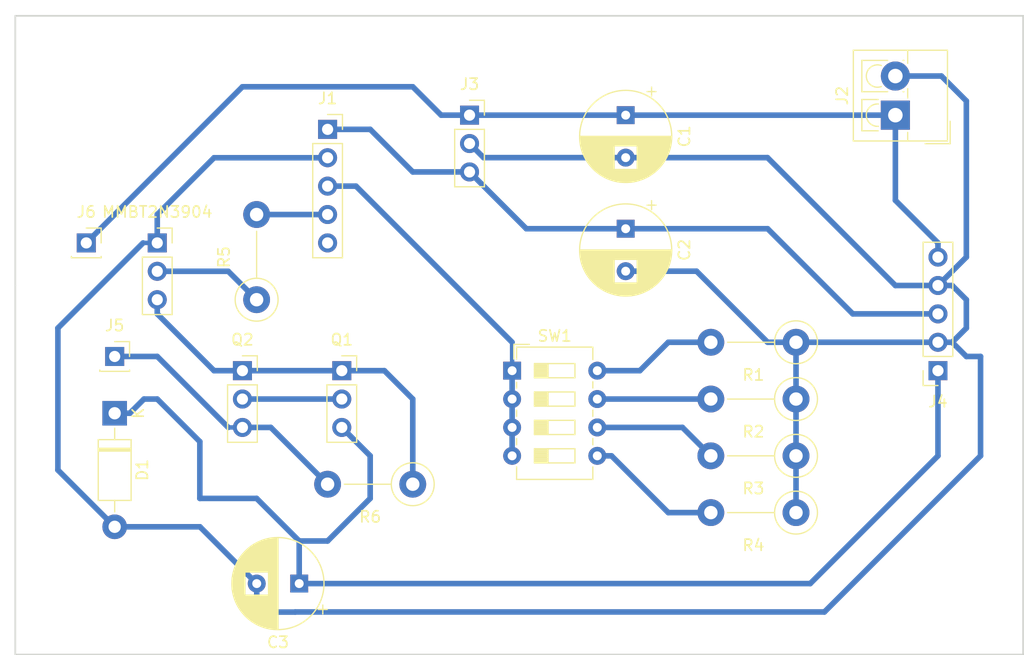
<source format=kicad_pcb>
(kicad_pcb (version 20171130) (host pcbnew 5.0.0-fee4fd1~66~ubuntu18.04.1)

  (general
    (thickness 1.6)
    (drawings 5)
    (tracks 101)
    (zones 0)
    (modules 20)
    (nets 14)
  )

  (page A4)
  (layers
    (0 F.Cu signal)
    (31 B.Cu signal)
    (32 B.Adhes user)
    (33 F.Adhes user)
    (34 B.Paste user)
    (35 F.Paste user)
    (36 B.SilkS user)
    (37 F.SilkS user)
    (38 B.Mask user)
    (39 F.Mask user)
    (40 Dwgs.User user)
    (41 Cmts.User user)
    (42 Eco1.User user)
    (43 Eco2.User user)
    (44 Edge.Cuts user)
    (45 Margin user)
    (46 B.CrtYd user)
    (47 F.CrtYd user)
    (48 B.Fab user)
    (49 F.Fab user)
  )

  (setup
    (last_trace_width 0.4)
    (trace_clearance 0.2)
    (zone_clearance 0.508)
    (zone_45_only no)
    (trace_min 0.2)
    (segment_width 0.2)
    (edge_width 0.15)
    (via_size 0.8)
    (via_drill 0.4)
    (via_min_size 0.4)
    (via_min_drill 0.3)
    (uvia_size 0.3)
    (uvia_drill 0.1)
    (uvias_allowed no)
    (uvia_min_size 0.2)
    (uvia_min_drill 0.1)
    (pcb_text_width 0.3)
    (pcb_text_size 1.5 1.5)
    (mod_edge_width 0.15)
    (mod_text_size 1 1)
    (mod_text_width 0.15)
    (pad_size 1.524 1.524)
    (pad_drill 0.762)
    (pad_to_mask_clearance 0.2)
    (aux_axis_origin 0 0)
    (visible_elements FFFFFF7F)
    (pcbplotparams
      (layerselection 0x010fc_ffffffff)
      (usegerberextensions false)
      (usegerberattributes false)
      (usegerberadvancedattributes false)
      (creategerberjobfile false)
      (excludeedgelayer true)
      (linewidth 0.100000)
      (plotframeref false)
      (viasonmask false)
      (mode 1)
      (useauxorigin false)
      (hpglpennumber 1)
      (hpglpenspeed 20)
      (hpglpendiameter 15.000000)
      (psnegative false)
      (psa4output false)
      (plotreference true)
      (plotvalue true)
      (plotinvisibletext false)
      (padsonsilk false)
      (subtractmaskfromsilk false)
      (outputformat 1)
      (mirror false)
      (drillshape 0)
      (scaleselection 1)
      (outputdirectory "gerbs/"))
  )

  (net 0 "")
  (net 1 +VDC)
  (net 2 GND)
  (net 3 +3V3)
  (net 4 VDD-SWITCH)
  (net 5 "Net-(J1-Pad3)")
  (net 6 "Net-(MMBT2N3904-Pad2)")
  (net 7 "Net-(MMBT2N3904-Pad3)")
  (net 8 "Net-(R1-Pad2)")
  (net 9 "Net-(R2-Pad2)")
  (net 10 "Net-(R3-Pad2)")
  (net 11 "Net-(R4-Pad2)")
  (net 12 "Net-(J1-Pad4)")
  (net 13 "Net-(Q1-Pad2)")

  (net_class Default "This is the default net class."
    (clearance 0.2)
    (trace_width 0.4)
    (via_dia 0.8)
    (via_drill 0.4)
    (uvia_dia 0.3)
    (uvia_drill 0.1)
    (add_net +3V3)
    (add_net +VDC)
    (add_net GND)
    (add_net "Net-(J1-Pad3)")
    (add_net "Net-(J1-Pad4)")
    (add_net "Net-(MMBT2N3904-Pad2)")
    (add_net "Net-(MMBT2N3904-Pad3)")
    (add_net "Net-(Q1-Pad2)")
    (add_net "Net-(R1-Pad2)")
    (add_net "Net-(R2-Pad2)")
    (add_net "Net-(R3-Pad2)")
    (add_net "Net-(R4-Pad2)")
    (add_net VDD-SWITCH)
  )

  (module Capacitor_THT:CP_Radial_D8.0mm_P3.80mm (layer F.Cu) (tedit 5AE50EF0) (tstamp 5BCCDFCF)
    (at 69.85 49.53 270)
    (descr "CP, Radial series, Radial, pin pitch=3.80mm, , diameter=8mm, Electrolytic Capacitor")
    (tags "CP Radial series Radial pin pitch 3.80mm  diameter 8mm Electrolytic Capacitor")
    (path /5BC10FBE)
    (fp_text reference C1 (at 1.9 -5.25 270) (layer F.SilkS)
      (effects (font (size 1 1) (thickness 0.15)))
    )
    (fp_text value CP (at 1.9 5.25 270) (layer F.Fab)
      (effects (font (size 1 1) (thickness 0.15)))
    )
    (fp_circle (center 1.9 0) (end 5.9 0) (layer F.Fab) (width 0.1))
    (fp_circle (center 1.9 0) (end 6.02 0) (layer F.SilkS) (width 0.12))
    (fp_circle (center 1.9 0) (end 6.15 0) (layer F.CrtYd) (width 0.05))
    (fp_line (start -1.526759 -1.7475) (end -0.726759 -1.7475) (layer F.Fab) (width 0.1))
    (fp_line (start -1.126759 -2.1475) (end -1.126759 -1.3475) (layer F.Fab) (width 0.1))
    (fp_line (start 1.9 -4.08) (end 1.9 4.08) (layer F.SilkS) (width 0.12))
    (fp_line (start 1.94 -4.08) (end 1.94 4.08) (layer F.SilkS) (width 0.12))
    (fp_line (start 1.98 -4.08) (end 1.98 4.08) (layer F.SilkS) (width 0.12))
    (fp_line (start 2.02 -4.079) (end 2.02 4.079) (layer F.SilkS) (width 0.12))
    (fp_line (start 2.06 -4.077) (end 2.06 4.077) (layer F.SilkS) (width 0.12))
    (fp_line (start 2.1 -4.076) (end 2.1 4.076) (layer F.SilkS) (width 0.12))
    (fp_line (start 2.14 -4.074) (end 2.14 4.074) (layer F.SilkS) (width 0.12))
    (fp_line (start 2.18 -4.071) (end 2.18 4.071) (layer F.SilkS) (width 0.12))
    (fp_line (start 2.22 -4.068) (end 2.22 4.068) (layer F.SilkS) (width 0.12))
    (fp_line (start 2.26 -4.065) (end 2.26 4.065) (layer F.SilkS) (width 0.12))
    (fp_line (start 2.3 -4.061) (end 2.3 4.061) (layer F.SilkS) (width 0.12))
    (fp_line (start 2.34 -4.057) (end 2.34 4.057) (layer F.SilkS) (width 0.12))
    (fp_line (start 2.38 -4.052) (end 2.38 4.052) (layer F.SilkS) (width 0.12))
    (fp_line (start 2.42 -4.048) (end 2.42 4.048) (layer F.SilkS) (width 0.12))
    (fp_line (start 2.46 -4.042) (end 2.46 4.042) (layer F.SilkS) (width 0.12))
    (fp_line (start 2.5 -4.037) (end 2.5 4.037) (layer F.SilkS) (width 0.12))
    (fp_line (start 2.54 -4.03) (end 2.54 4.03) (layer F.SilkS) (width 0.12))
    (fp_line (start 2.58 -4.024) (end 2.58 4.024) (layer F.SilkS) (width 0.12))
    (fp_line (start 2.621 -4.017) (end 2.621 4.017) (layer F.SilkS) (width 0.12))
    (fp_line (start 2.661 -4.01) (end 2.661 4.01) (layer F.SilkS) (width 0.12))
    (fp_line (start 2.701 -4.002) (end 2.701 4.002) (layer F.SilkS) (width 0.12))
    (fp_line (start 2.741 -3.994) (end 2.741 3.994) (layer F.SilkS) (width 0.12))
    (fp_line (start 2.781 -3.985) (end 2.781 -1.04) (layer F.SilkS) (width 0.12))
    (fp_line (start 2.781 1.04) (end 2.781 3.985) (layer F.SilkS) (width 0.12))
    (fp_line (start 2.821 -3.976) (end 2.821 -1.04) (layer F.SilkS) (width 0.12))
    (fp_line (start 2.821 1.04) (end 2.821 3.976) (layer F.SilkS) (width 0.12))
    (fp_line (start 2.861 -3.967) (end 2.861 -1.04) (layer F.SilkS) (width 0.12))
    (fp_line (start 2.861 1.04) (end 2.861 3.967) (layer F.SilkS) (width 0.12))
    (fp_line (start 2.901 -3.957) (end 2.901 -1.04) (layer F.SilkS) (width 0.12))
    (fp_line (start 2.901 1.04) (end 2.901 3.957) (layer F.SilkS) (width 0.12))
    (fp_line (start 2.941 -3.947) (end 2.941 -1.04) (layer F.SilkS) (width 0.12))
    (fp_line (start 2.941 1.04) (end 2.941 3.947) (layer F.SilkS) (width 0.12))
    (fp_line (start 2.981 -3.936) (end 2.981 -1.04) (layer F.SilkS) (width 0.12))
    (fp_line (start 2.981 1.04) (end 2.981 3.936) (layer F.SilkS) (width 0.12))
    (fp_line (start 3.021 -3.925) (end 3.021 -1.04) (layer F.SilkS) (width 0.12))
    (fp_line (start 3.021 1.04) (end 3.021 3.925) (layer F.SilkS) (width 0.12))
    (fp_line (start 3.061 -3.914) (end 3.061 -1.04) (layer F.SilkS) (width 0.12))
    (fp_line (start 3.061 1.04) (end 3.061 3.914) (layer F.SilkS) (width 0.12))
    (fp_line (start 3.101 -3.902) (end 3.101 -1.04) (layer F.SilkS) (width 0.12))
    (fp_line (start 3.101 1.04) (end 3.101 3.902) (layer F.SilkS) (width 0.12))
    (fp_line (start 3.141 -3.889) (end 3.141 -1.04) (layer F.SilkS) (width 0.12))
    (fp_line (start 3.141 1.04) (end 3.141 3.889) (layer F.SilkS) (width 0.12))
    (fp_line (start 3.181 -3.877) (end 3.181 -1.04) (layer F.SilkS) (width 0.12))
    (fp_line (start 3.181 1.04) (end 3.181 3.877) (layer F.SilkS) (width 0.12))
    (fp_line (start 3.221 -3.863) (end 3.221 -1.04) (layer F.SilkS) (width 0.12))
    (fp_line (start 3.221 1.04) (end 3.221 3.863) (layer F.SilkS) (width 0.12))
    (fp_line (start 3.261 -3.85) (end 3.261 -1.04) (layer F.SilkS) (width 0.12))
    (fp_line (start 3.261 1.04) (end 3.261 3.85) (layer F.SilkS) (width 0.12))
    (fp_line (start 3.301 -3.835) (end 3.301 -1.04) (layer F.SilkS) (width 0.12))
    (fp_line (start 3.301 1.04) (end 3.301 3.835) (layer F.SilkS) (width 0.12))
    (fp_line (start 3.341 -3.821) (end 3.341 -1.04) (layer F.SilkS) (width 0.12))
    (fp_line (start 3.341 1.04) (end 3.341 3.821) (layer F.SilkS) (width 0.12))
    (fp_line (start 3.381 -3.805) (end 3.381 -1.04) (layer F.SilkS) (width 0.12))
    (fp_line (start 3.381 1.04) (end 3.381 3.805) (layer F.SilkS) (width 0.12))
    (fp_line (start 3.421 -3.79) (end 3.421 -1.04) (layer F.SilkS) (width 0.12))
    (fp_line (start 3.421 1.04) (end 3.421 3.79) (layer F.SilkS) (width 0.12))
    (fp_line (start 3.461 -3.774) (end 3.461 -1.04) (layer F.SilkS) (width 0.12))
    (fp_line (start 3.461 1.04) (end 3.461 3.774) (layer F.SilkS) (width 0.12))
    (fp_line (start 3.501 -3.757) (end 3.501 -1.04) (layer F.SilkS) (width 0.12))
    (fp_line (start 3.501 1.04) (end 3.501 3.757) (layer F.SilkS) (width 0.12))
    (fp_line (start 3.541 -3.74) (end 3.541 -1.04) (layer F.SilkS) (width 0.12))
    (fp_line (start 3.541 1.04) (end 3.541 3.74) (layer F.SilkS) (width 0.12))
    (fp_line (start 3.581 -3.722) (end 3.581 -1.04) (layer F.SilkS) (width 0.12))
    (fp_line (start 3.581 1.04) (end 3.581 3.722) (layer F.SilkS) (width 0.12))
    (fp_line (start 3.621 -3.704) (end 3.621 -1.04) (layer F.SilkS) (width 0.12))
    (fp_line (start 3.621 1.04) (end 3.621 3.704) (layer F.SilkS) (width 0.12))
    (fp_line (start 3.661 -3.686) (end 3.661 -1.04) (layer F.SilkS) (width 0.12))
    (fp_line (start 3.661 1.04) (end 3.661 3.686) (layer F.SilkS) (width 0.12))
    (fp_line (start 3.701 -3.666) (end 3.701 -1.04) (layer F.SilkS) (width 0.12))
    (fp_line (start 3.701 1.04) (end 3.701 3.666) (layer F.SilkS) (width 0.12))
    (fp_line (start 3.741 -3.647) (end 3.741 -1.04) (layer F.SilkS) (width 0.12))
    (fp_line (start 3.741 1.04) (end 3.741 3.647) (layer F.SilkS) (width 0.12))
    (fp_line (start 3.781 -3.627) (end 3.781 -1.04) (layer F.SilkS) (width 0.12))
    (fp_line (start 3.781 1.04) (end 3.781 3.627) (layer F.SilkS) (width 0.12))
    (fp_line (start 3.821 -3.606) (end 3.821 -1.04) (layer F.SilkS) (width 0.12))
    (fp_line (start 3.821 1.04) (end 3.821 3.606) (layer F.SilkS) (width 0.12))
    (fp_line (start 3.861 -3.584) (end 3.861 -1.04) (layer F.SilkS) (width 0.12))
    (fp_line (start 3.861 1.04) (end 3.861 3.584) (layer F.SilkS) (width 0.12))
    (fp_line (start 3.901 -3.562) (end 3.901 -1.04) (layer F.SilkS) (width 0.12))
    (fp_line (start 3.901 1.04) (end 3.901 3.562) (layer F.SilkS) (width 0.12))
    (fp_line (start 3.941 -3.54) (end 3.941 -1.04) (layer F.SilkS) (width 0.12))
    (fp_line (start 3.941 1.04) (end 3.941 3.54) (layer F.SilkS) (width 0.12))
    (fp_line (start 3.981 -3.517) (end 3.981 -1.04) (layer F.SilkS) (width 0.12))
    (fp_line (start 3.981 1.04) (end 3.981 3.517) (layer F.SilkS) (width 0.12))
    (fp_line (start 4.021 -3.493) (end 4.021 -1.04) (layer F.SilkS) (width 0.12))
    (fp_line (start 4.021 1.04) (end 4.021 3.493) (layer F.SilkS) (width 0.12))
    (fp_line (start 4.061 -3.469) (end 4.061 -1.04) (layer F.SilkS) (width 0.12))
    (fp_line (start 4.061 1.04) (end 4.061 3.469) (layer F.SilkS) (width 0.12))
    (fp_line (start 4.101 -3.444) (end 4.101 -1.04) (layer F.SilkS) (width 0.12))
    (fp_line (start 4.101 1.04) (end 4.101 3.444) (layer F.SilkS) (width 0.12))
    (fp_line (start 4.141 -3.418) (end 4.141 -1.04) (layer F.SilkS) (width 0.12))
    (fp_line (start 4.141 1.04) (end 4.141 3.418) (layer F.SilkS) (width 0.12))
    (fp_line (start 4.181 -3.392) (end 4.181 -1.04) (layer F.SilkS) (width 0.12))
    (fp_line (start 4.181 1.04) (end 4.181 3.392) (layer F.SilkS) (width 0.12))
    (fp_line (start 4.221 -3.365) (end 4.221 -1.04) (layer F.SilkS) (width 0.12))
    (fp_line (start 4.221 1.04) (end 4.221 3.365) (layer F.SilkS) (width 0.12))
    (fp_line (start 4.261 -3.338) (end 4.261 -1.04) (layer F.SilkS) (width 0.12))
    (fp_line (start 4.261 1.04) (end 4.261 3.338) (layer F.SilkS) (width 0.12))
    (fp_line (start 4.301 -3.309) (end 4.301 -1.04) (layer F.SilkS) (width 0.12))
    (fp_line (start 4.301 1.04) (end 4.301 3.309) (layer F.SilkS) (width 0.12))
    (fp_line (start 4.341 -3.28) (end 4.341 -1.04) (layer F.SilkS) (width 0.12))
    (fp_line (start 4.341 1.04) (end 4.341 3.28) (layer F.SilkS) (width 0.12))
    (fp_line (start 4.381 -3.25) (end 4.381 -1.04) (layer F.SilkS) (width 0.12))
    (fp_line (start 4.381 1.04) (end 4.381 3.25) (layer F.SilkS) (width 0.12))
    (fp_line (start 4.421 -3.22) (end 4.421 -1.04) (layer F.SilkS) (width 0.12))
    (fp_line (start 4.421 1.04) (end 4.421 3.22) (layer F.SilkS) (width 0.12))
    (fp_line (start 4.461 -3.189) (end 4.461 -1.04) (layer F.SilkS) (width 0.12))
    (fp_line (start 4.461 1.04) (end 4.461 3.189) (layer F.SilkS) (width 0.12))
    (fp_line (start 4.501 -3.156) (end 4.501 -1.04) (layer F.SilkS) (width 0.12))
    (fp_line (start 4.501 1.04) (end 4.501 3.156) (layer F.SilkS) (width 0.12))
    (fp_line (start 4.541 -3.124) (end 4.541 -1.04) (layer F.SilkS) (width 0.12))
    (fp_line (start 4.541 1.04) (end 4.541 3.124) (layer F.SilkS) (width 0.12))
    (fp_line (start 4.581 -3.09) (end 4.581 -1.04) (layer F.SilkS) (width 0.12))
    (fp_line (start 4.581 1.04) (end 4.581 3.09) (layer F.SilkS) (width 0.12))
    (fp_line (start 4.621 -3.055) (end 4.621 -1.04) (layer F.SilkS) (width 0.12))
    (fp_line (start 4.621 1.04) (end 4.621 3.055) (layer F.SilkS) (width 0.12))
    (fp_line (start 4.661 -3.019) (end 4.661 -1.04) (layer F.SilkS) (width 0.12))
    (fp_line (start 4.661 1.04) (end 4.661 3.019) (layer F.SilkS) (width 0.12))
    (fp_line (start 4.701 -2.983) (end 4.701 -1.04) (layer F.SilkS) (width 0.12))
    (fp_line (start 4.701 1.04) (end 4.701 2.983) (layer F.SilkS) (width 0.12))
    (fp_line (start 4.741 -2.945) (end 4.741 -1.04) (layer F.SilkS) (width 0.12))
    (fp_line (start 4.741 1.04) (end 4.741 2.945) (layer F.SilkS) (width 0.12))
    (fp_line (start 4.781 -2.907) (end 4.781 -1.04) (layer F.SilkS) (width 0.12))
    (fp_line (start 4.781 1.04) (end 4.781 2.907) (layer F.SilkS) (width 0.12))
    (fp_line (start 4.821 -2.867) (end 4.821 -1.04) (layer F.SilkS) (width 0.12))
    (fp_line (start 4.821 1.04) (end 4.821 2.867) (layer F.SilkS) (width 0.12))
    (fp_line (start 4.861 -2.826) (end 4.861 2.826) (layer F.SilkS) (width 0.12))
    (fp_line (start 4.901 -2.784) (end 4.901 2.784) (layer F.SilkS) (width 0.12))
    (fp_line (start 4.941 -2.741) (end 4.941 2.741) (layer F.SilkS) (width 0.12))
    (fp_line (start 4.981 -2.697) (end 4.981 2.697) (layer F.SilkS) (width 0.12))
    (fp_line (start 5.021 -2.651) (end 5.021 2.651) (layer F.SilkS) (width 0.12))
    (fp_line (start 5.061 -2.604) (end 5.061 2.604) (layer F.SilkS) (width 0.12))
    (fp_line (start 5.101 -2.556) (end 5.101 2.556) (layer F.SilkS) (width 0.12))
    (fp_line (start 5.141 -2.505) (end 5.141 2.505) (layer F.SilkS) (width 0.12))
    (fp_line (start 5.181 -2.454) (end 5.181 2.454) (layer F.SilkS) (width 0.12))
    (fp_line (start 5.221 -2.4) (end 5.221 2.4) (layer F.SilkS) (width 0.12))
    (fp_line (start 5.261 -2.345) (end 5.261 2.345) (layer F.SilkS) (width 0.12))
    (fp_line (start 5.301 -2.287) (end 5.301 2.287) (layer F.SilkS) (width 0.12))
    (fp_line (start 5.341 -2.228) (end 5.341 2.228) (layer F.SilkS) (width 0.12))
    (fp_line (start 5.381 -2.166) (end 5.381 2.166) (layer F.SilkS) (width 0.12))
    (fp_line (start 5.421 -2.102) (end 5.421 2.102) (layer F.SilkS) (width 0.12))
    (fp_line (start 5.461 -2.034) (end 5.461 2.034) (layer F.SilkS) (width 0.12))
    (fp_line (start 5.501 -1.964) (end 5.501 1.964) (layer F.SilkS) (width 0.12))
    (fp_line (start 5.541 -1.89) (end 5.541 1.89) (layer F.SilkS) (width 0.12))
    (fp_line (start 5.581 -1.813) (end 5.581 1.813) (layer F.SilkS) (width 0.12))
    (fp_line (start 5.621 -1.731) (end 5.621 1.731) (layer F.SilkS) (width 0.12))
    (fp_line (start 5.661 -1.645) (end 5.661 1.645) (layer F.SilkS) (width 0.12))
    (fp_line (start 5.701 -1.552) (end 5.701 1.552) (layer F.SilkS) (width 0.12))
    (fp_line (start 5.741 -1.453) (end 5.741 1.453) (layer F.SilkS) (width 0.12))
    (fp_line (start 5.781 -1.346) (end 5.781 1.346) (layer F.SilkS) (width 0.12))
    (fp_line (start 5.821 -1.229) (end 5.821 1.229) (layer F.SilkS) (width 0.12))
    (fp_line (start 5.861 -1.098) (end 5.861 1.098) (layer F.SilkS) (width 0.12))
    (fp_line (start 5.901 -0.948) (end 5.901 0.948) (layer F.SilkS) (width 0.12))
    (fp_line (start 5.941 -0.768) (end 5.941 0.768) (layer F.SilkS) (width 0.12))
    (fp_line (start 5.981 -0.533) (end 5.981 0.533) (layer F.SilkS) (width 0.12))
    (fp_line (start -2.509698 -2.315) (end -1.709698 -2.315) (layer F.SilkS) (width 0.12))
    (fp_line (start -2.109698 -2.715) (end -2.109698 -1.915) (layer F.SilkS) (width 0.12))
    (fp_text user %R (at 1.9 0 270) (layer F.Fab)
      (effects (font (size 1 1) (thickness 0.15)))
    )
    (pad 1 thru_hole rect (at 0 0 270) (size 1.6 1.6) (drill 0.8) (layers *.Cu *.Mask)
      (net 1 +VDC))
    (pad 2 thru_hole circle (at 3.8 0 270) (size 1.6 1.6) (drill 0.8) (layers *.Cu *.Mask)
      (net 2 GND))
    (model ${KISYS3DMOD}/Capacitor_THT.3dshapes/CP_Radial_D8.0mm_P3.80mm.wrl
      (at (xyz 0 0 0))
      (scale (xyz 1 1 1))
      (rotate (xyz 0 0 0))
    )
  )

  (module Capacitor_THT:CP_Radial_D8.0mm_P3.80mm (layer F.Cu) (tedit 5AE50EF0) (tstamp 5BCCDD08)
    (at 69.85 59.69 270)
    (descr "CP, Radial series, Radial, pin pitch=3.80mm, , diameter=8mm, Electrolytic Capacitor")
    (tags "CP Radial series Radial pin pitch 3.80mm  diameter 8mm Electrolytic Capacitor")
    (path /5BC11016)
    (fp_text reference C2 (at 1.9 -5.25 270) (layer F.SilkS)
      (effects (font (size 1 1) (thickness 0.15)))
    )
    (fp_text value CP (at 1.9 5.25 270) (layer F.Fab)
      (effects (font (size 1 1) (thickness 0.15)))
    )
    (fp_text user %R (at 1.9 0 270) (layer F.Fab)
      (effects (font (size 1 1) (thickness 0.15)))
    )
    (fp_line (start -2.109698 -2.715) (end -2.109698 -1.915) (layer F.SilkS) (width 0.12))
    (fp_line (start -2.509698 -2.315) (end -1.709698 -2.315) (layer F.SilkS) (width 0.12))
    (fp_line (start 5.981 -0.533) (end 5.981 0.533) (layer F.SilkS) (width 0.12))
    (fp_line (start 5.941 -0.768) (end 5.941 0.768) (layer F.SilkS) (width 0.12))
    (fp_line (start 5.901 -0.948) (end 5.901 0.948) (layer F.SilkS) (width 0.12))
    (fp_line (start 5.861 -1.098) (end 5.861 1.098) (layer F.SilkS) (width 0.12))
    (fp_line (start 5.821 -1.229) (end 5.821 1.229) (layer F.SilkS) (width 0.12))
    (fp_line (start 5.781 -1.346) (end 5.781 1.346) (layer F.SilkS) (width 0.12))
    (fp_line (start 5.741 -1.453) (end 5.741 1.453) (layer F.SilkS) (width 0.12))
    (fp_line (start 5.701 -1.552) (end 5.701 1.552) (layer F.SilkS) (width 0.12))
    (fp_line (start 5.661 -1.645) (end 5.661 1.645) (layer F.SilkS) (width 0.12))
    (fp_line (start 5.621 -1.731) (end 5.621 1.731) (layer F.SilkS) (width 0.12))
    (fp_line (start 5.581 -1.813) (end 5.581 1.813) (layer F.SilkS) (width 0.12))
    (fp_line (start 5.541 -1.89) (end 5.541 1.89) (layer F.SilkS) (width 0.12))
    (fp_line (start 5.501 -1.964) (end 5.501 1.964) (layer F.SilkS) (width 0.12))
    (fp_line (start 5.461 -2.034) (end 5.461 2.034) (layer F.SilkS) (width 0.12))
    (fp_line (start 5.421 -2.102) (end 5.421 2.102) (layer F.SilkS) (width 0.12))
    (fp_line (start 5.381 -2.166) (end 5.381 2.166) (layer F.SilkS) (width 0.12))
    (fp_line (start 5.341 -2.228) (end 5.341 2.228) (layer F.SilkS) (width 0.12))
    (fp_line (start 5.301 -2.287) (end 5.301 2.287) (layer F.SilkS) (width 0.12))
    (fp_line (start 5.261 -2.345) (end 5.261 2.345) (layer F.SilkS) (width 0.12))
    (fp_line (start 5.221 -2.4) (end 5.221 2.4) (layer F.SilkS) (width 0.12))
    (fp_line (start 5.181 -2.454) (end 5.181 2.454) (layer F.SilkS) (width 0.12))
    (fp_line (start 5.141 -2.505) (end 5.141 2.505) (layer F.SilkS) (width 0.12))
    (fp_line (start 5.101 -2.556) (end 5.101 2.556) (layer F.SilkS) (width 0.12))
    (fp_line (start 5.061 -2.604) (end 5.061 2.604) (layer F.SilkS) (width 0.12))
    (fp_line (start 5.021 -2.651) (end 5.021 2.651) (layer F.SilkS) (width 0.12))
    (fp_line (start 4.981 -2.697) (end 4.981 2.697) (layer F.SilkS) (width 0.12))
    (fp_line (start 4.941 -2.741) (end 4.941 2.741) (layer F.SilkS) (width 0.12))
    (fp_line (start 4.901 -2.784) (end 4.901 2.784) (layer F.SilkS) (width 0.12))
    (fp_line (start 4.861 -2.826) (end 4.861 2.826) (layer F.SilkS) (width 0.12))
    (fp_line (start 4.821 1.04) (end 4.821 2.867) (layer F.SilkS) (width 0.12))
    (fp_line (start 4.821 -2.867) (end 4.821 -1.04) (layer F.SilkS) (width 0.12))
    (fp_line (start 4.781 1.04) (end 4.781 2.907) (layer F.SilkS) (width 0.12))
    (fp_line (start 4.781 -2.907) (end 4.781 -1.04) (layer F.SilkS) (width 0.12))
    (fp_line (start 4.741 1.04) (end 4.741 2.945) (layer F.SilkS) (width 0.12))
    (fp_line (start 4.741 -2.945) (end 4.741 -1.04) (layer F.SilkS) (width 0.12))
    (fp_line (start 4.701 1.04) (end 4.701 2.983) (layer F.SilkS) (width 0.12))
    (fp_line (start 4.701 -2.983) (end 4.701 -1.04) (layer F.SilkS) (width 0.12))
    (fp_line (start 4.661 1.04) (end 4.661 3.019) (layer F.SilkS) (width 0.12))
    (fp_line (start 4.661 -3.019) (end 4.661 -1.04) (layer F.SilkS) (width 0.12))
    (fp_line (start 4.621 1.04) (end 4.621 3.055) (layer F.SilkS) (width 0.12))
    (fp_line (start 4.621 -3.055) (end 4.621 -1.04) (layer F.SilkS) (width 0.12))
    (fp_line (start 4.581 1.04) (end 4.581 3.09) (layer F.SilkS) (width 0.12))
    (fp_line (start 4.581 -3.09) (end 4.581 -1.04) (layer F.SilkS) (width 0.12))
    (fp_line (start 4.541 1.04) (end 4.541 3.124) (layer F.SilkS) (width 0.12))
    (fp_line (start 4.541 -3.124) (end 4.541 -1.04) (layer F.SilkS) (width 0.12))
    (fp_line (start 4.501 1.04) (end 4.501 3.156) (layer F.SilkS) (width 0.12))
    (fp_line (start 4.501 -3.156) (end 4.501 -1.04) (layer F.SilkS) (width 0.12))
    (fp_line (start 4.461 1.04) (end 4.461 3.189) (layer F.SilkS) (width 0.12))
    (fp_line (start 4.461 -3.189) (end 4.461 -1.04) (layer F.SilkS) (width 0.12))
    (fp_line (start 4.421 1.04) (end 4.421 3.22) (layer F.SilkS) (width 0.12))
    (fp_line (start 4.421 -3.22) (end 4.421 -1.04) (layer F.SilkS) (width 0.12))
    (fp_line (start 4.381 1.04) (end 4.381 3.25) (layer F.SilkS) (width 0.12))
    (fp_line (start 4.381 -3.25) (end 4.381 -1.04) (layer F.SilkS) (width 0.12))
    (fp_line (start 4.341 1.04) (end 4.341 3.28) (layer F.SilkS) (width 0.12))
    (fp_line (start 4.341 -3.28) (end 4.341 -1.04) (layer F.SilkS) (width 0.12))
    (fp_line (start 4.301 1.04) (end 4.301 3.309) (layer F.SilkS) (width 0.12))
    (fp_line (start 4.301 -3.309) (end 4.301 -1.04) (layer F.SilkS) (width 0.12))
    (fp_line (start 4.261 1.04) (end 4.261 3.338) (layer F.SilkS) (width 0.12))
    (fp_line (start 4.261 -3.338) (end 4.261 -1.04) (layer F.SilkS) (width 0.12))
    (fp_line (start 4.221 1.04) (end 4.221 3.365) (layer F.SilkS) (width 0.12))
    (fp_line (start 4.221 -3.365) (end 4.221 -1.04) (layer F.SilkS) (width 0.12))
    (fp_line (start 4.181 1.04) (end 4.181 3.392) (layer F.SilkS) (width 0.12))
    (fp_line (start 4.181 -3.392) (end 4.181 -1.04) (layer F.SilkS) (width 0.12))
    (fp_line (start 4.141 1.04) (end 4.141 3.418) (layer F.SilkS) (width 0.12))
    (fp_line (start 4.141 -3.418) (end 4.141 -1.04) (layer F.SilkS) (width 0.12))
    (fp_line (start 4.101 1.04) (end 4.101 3.444) (layer F.SilkS) (width 0.12))
    (fp_line (start 4.101 -3.444) (end 4.101 -1.04) (layer F.SilkS) (width 0.12))
    (fp_line (start 4.061 1.04) (end 4.061 3.469) (layer F.SilkS) (width 0.12))
    (fp_line (start 4.061 -3.469) (end 4.061 -1.04) (layer F.SilkS) (width 0.12))
    (fp_line (start 4.021 1.04) (end 4.021 3.493) (layer F.SilkS) (width 0.12))
    (fp_line (start 4.021 -3.493) (end 4.021 -1.04) (layer F.SilkS) (width 0.12))
    (fp_line (start 3.981 1.04) (end 3.981 3.517) (layer F.SilkS) (width 0.12))
    (fp_line (start 3.981 -3.517) (end 3.981 -1.04) (layer F.SilkS) (width 0.12))
    (fp_line (start 3.941 1.04) (end 3.941 3.54) (layer F.SilkS) (width 0.12))
    (fp_line (start 3.941 -3.54) (end 3.941 -1.04) (layer F.SilkS) (width 0.12))
    (fp_line (start 3.901 1.04) (end 3.901 3.562) (layer F.SilkS) (width 0.12))
    (fp_line (start 3.901 -3.562) (end 3.901 -1.04) (layer F.SilkS) (width 0.12))
    (fp_line (start 3.861 1.04) (end 3.861 3.584) (layer F.SilkS) (width 0.12))
    (fp_line (start 3.861 -3.584) (end 3.861 -1.04) (layer F.SilkS) (width 0.12))
    (fp_line (start 3.821 1.04) (end 3.821 3.606) (layer F.SilkS) (width 0.12))
    (fp_line (start 3.821 -3.606) (end 3.821 -1.04) (layer F.SilkS) (width 0.12))
    (fp_line (start 3.781 1.04) (end 3.781 3.627) (layer F.SilkS) (width 0.12))
    (fp_line (start 3.781 -3.627) (end 3.781 -1.04) (layer F.SilkS) (width 0.12))
    (fp_line (start 3.741 1.04) (end 3.741 3.647) (layer F.SilkS) (width 0.12))
    (fp_line (start 3.741 -3.647) (end 3.741 -1.04) (layer F.SilkS) (width 0.12))
    (fp_line (start 3.701 1.04) (end 3.701 3.666) (layer F.SilkS) (width 0.12))
    (fp_line (start 3.701 -3.666) (end 3.701 -1.04) (layer F.SilkS) (width 0.12))
    (fp_line (start 3.661 1.04) (end 3.661 3.686) (layer F.SilkS) (width 0.12))
    (fp_line (start 3.661 -3.686) (end 3.661 -1.04) (layer F.SilkS) (width 0.12))
    (fp_line (start 3.621 1.04) (end 3.621 3.704) (layer F.SilkS) (width 0.12))
    (fp_line (start 3.621 -3.704) (end 3.621 -1.04) (layer F.SilkS) (width 0.12))
    (fp_line (start 3.581 1.04) (end 3.581 3.722) (layer F.SilkS) (width 0.12))
    (fp_line (start 3.581 -3.722) (end 3.581 -1.04) (layer F.SilkS) (width 0.12))
    (fp_line (start 3.541 1.04) (end 3.541 3.74) (layer F.SilkS) (width 0.12))
    (fp_line (start 3.541 -3.74) (end 3.541 -1.04) (layer F.SilkS) (width 0.12))
    (fp_line (start 3.501 1.04) (end 3.501 3.757) (layer F.SilkS) (width 0.12))
    (fp_line (start 3.501 -3.757) (end 3.501 -1.04) (layer F.SilkS) (width 0.12))
    (fp_line (start 3.461 1.04) (end 3.461 3.774) (layer F.SilkS) (width 0.12))
    (fp_line (start 3.461 -3.774) (end 3.461 -1.04) (layer F.SilkS) (width 0.12))
    (fp_line (start 3.421 1.04) (end 3.421 3.79) (layer F.SilkS) (width 0.12))
    (fp_line (start 3.421 -3.79) (end 3.421 -1.04) (layer F.SilkS) (width 0.12))
    (fp_line (start 3.381 1.04) (end 3.381 3.805) (layer F.SilkS) (width 0.12))
    (fp_line (start 3.381 -3.805) (end 3.381 -1.04) (layer F.SilkS) (width 0.12))
    (fp_line (start 3.341 1.04) (end 3.341 3.821) (layer F.SilkS) (width 0.12))
    (fp_line (start 3.341 -3.821) (end 3.341 -1.04) (layer F.SilkS) (width 0.12))
    (fp_line (start 3.301 1.04) (end 3.301 3.835) (layer F.SilkS) (width 0.12))
    (fp_line (start 3.301 -3.835) (end 3.301 -1.04) (layer F.SilkS) (width 0.12))
    (fp_line (start 3.261 1.04) (end 3.261 3.85) (layer F.SilkS) (width 0.12))
    (fp_line (start 3.261 -3.85) (end 3.261 -1.04) (layer F.SilkS) (width 0.12))
    (fp_line (start 3.221 1.04) (end 3.221 3.863) (layer F.SilkS) (width 0.12))
    (fp_line (start 3.221 -3.863) (end 3.221 -1.04) (layer F.SilkS) (width 0.12))
    (fp_line (start 3.181 1.04) (end 3.181 3.877) (layer F.SilkS) (width 0.12))
    (fp_line (start 3.181 -3.877) (end 3.181 -1.04) (layer F.SilkS) (width 0.12))
    (fp_line (start 3.141 1.04) (end 3.141 3.889) (layer F.SilkS) (width 0.12))
    (fp_line (start 3.141 -3.889) (end 3.141 -1.04) (layer F.SilkS) (width 0.12))
    (fp_line (start 3.101 1.04) (end 3.101 3.902) (layer F.SilkS) (width 0.12))
    (fp_line (start 3.101 -3.902) (end 3.101 -1.04) (layer F.SilkS) (width 0.12))
    (fp_line (start 3.061 1.04) (end 3.061 3.914) (layer F.SilkS) (width 0.12))
    (fp_line (start 3.061 -3.914) (end 3.061 -1.04) (layer F.SilkS) (width 0.12))
    (fp_line (start 3.021 1.04) (end 3.021 3.925) (layer F.SilkS) (width 0.12))
    (fp_line (start 3.021 -3.925) (end 3.021 -1.04) (layer F.SilkS) (width 0.12))
    (fp_line (start 2.981 1.04) (end 2.981 3.936) (layer F.SilkS) (width 0.12))
    (fp_line (start 2.981 -3.936) (end 2.981 -1.04) (layer F.SilkS) (width 0.12))
    (fp_line (start 2.941 1.04) (end 2.941 3.947) (layer F.SilkS) (width 0.12))
    (fp_line (start 2.941 -3.947) (end 2.941 -1.04) (layer F.SilkS) (width 0.12))
    (fp_line (start 2.901 1.04) (end 2.901 3.957) (layer F.SilkS) (width 0.12))
    (fp_line (start 2.901 -3.957) (end 2.901 -1.04) (layer F.SilkS) (width 0.12))
    (fp_line (start 2.861 1.04) (end 2.861 3.967) (layer F.SilkS) (width 0.12))
    (fp_line (start 2.861 -3.967) (end 2.861 -1.04) (layer F.SilkS) (width 0.12))
    (fp_line (start 2.821 1.04) (end 2.821 3.976) (layer F.SilkS) (width 0.12))
    (fp_line (start 2.821 -3.976) (end 2.821 -1.04) (layer F.SilkS) (width 0.12))
    (fp_line (start 2.781 1.04) (end 2.781 3.985) (layer F.SilkS) (width 0.12))
    (fp_line (start 2.781 -3.985) (end 2.781 -1.04) (layer F.SilkS) (width 0.12))
    (fp_line (start 2.741 -3.994) (end 2.741 3.994) (layer F.SilkS) (width 0.12))
    (fp_line (start 2.701 -4.002) (end 2.701 4.002) (layer F.SilkS) (width 0.12))
    (fp_line (start 2.661 -4.01) (end 2.661 4.01) (layer F.SilkS) (width 0.12))
    (fp_line (start 2.621 -4.017) (end 2.621 4.017) (layer F.SilkS) (width 0.12))
    (fp_line (start 2.58 -4.024) (end 2.58 4.024) (layer F.SilkS) (width 0.12))
    (fp_line (start 2.54 -4.03) (end 2.54 4.03) (layer F.SilkS) (width 0.12))
    (fp_line (start 2.5 -4.037) (end 2.5 4.037) (layer F.SilkS) (width 0.12))
    (fp_line (start 2.46 -4.042) (end 2.46 4.042) (layer F.SilkS) (width 0.12))
    (fp_line (start 2.42 -4.048) (end 2.42 4.048) (layer F.SilkS) (width 0.12))
    (fp_line (start 2.38 -4.052) (end 2.38 4.052) (layer F.SilkS) (width 0.12))
    (fp_line (start 2.34 -4.057) (end 2.34 4.057) (layer F.SilkS) (width 0.12))
    (fp_line (start 2.3 -4.061) (end 2.3 4.061) (layer F.SilkS) (width 0.12))
    (fp_line (start 2.26 -4.065) (end 2.26 4.065) (layer F.SilkS) (width 0.12))
    (fp_line (start 2.22 -4.068) (end 2.22 4.068) (layer F.SilkS) (width 0.12))
    (fp_line (start 2.18 -4.071) (end 2.18 4.071) (layer F.SilkS) (width 0.12))
    (fp_line (start 2.14 -4.074) (end 2.14 4.074) (layer F.SilkS) (width 0.12))
    (fp_line (start 2.1 -4.076) (end 2.1 4.076) (layer F.SilkS) (width 0.12))
    (fp_line (start 2.06 -4.077) (end 2.06 4.077) (layer F.SilkS) (width 0.12))
    (fp_line (start 2.02 -4.079) (end 2.02 4.079) (layer F.SilkS) (width 0.12))
    (fp_line (start 1.98 -4.08) (end 1.98 4.08) (layer F.SilkS) (width 0.12))
    (fp_line (start 1.94 -4.08) (end 1.94 4.08) (layer F.SilkS) (width 0.12))
    (fp_line (start 1.9 -4.08) (end 1.9 4.08) (layer F.SilkS) (width 0.12))
    (fp_line (start -1.126759 -2.1475) (end -1.126759 -1.3475) (layer F.Fab) (width 0.1))
    (fp_line (start -1.526759 -1.7475) (end -0.726759 -1.7475) (layer F.Fab) (width 0.1))
    (fp_circle (center 1.9 0) (end 6.15 0) (layer F.CrtYd) (width 0.05))
    (fp_circle (center 1.9 0) (end 6.02 0) (layer F.SilkS) (width 0.12))
    (fp_circle (center 1.9 0) (end 5.9 0) (layer F.Fab) (width 0.1))
    (pad 2 thru_hole circle (at 3.8 0 270) (size 1.6 1.6) (drill 0.8) (layers *.Cu *.Mask)
      (net 2 GND))
    (pad 1 thru_hole rect (at 0 0 270) (size 1.6 1.6) (drill 0.8) (layers *.Cu *.Mask)
      (net 3 +3V3))
    (model ${KISYS3DMOD}/Capacitor_THT.3dshapes/CP_Radial_D8.0mm_P3.80mm.wrl
      (at (xyz 0 0 0))
      (scale (xyz 1 1 1))
      (rotate (xyz 0 0 0))
    )
  )

  (module Capacitor_THT:CP_Radial_D8.0mm_P3.80mm (layer F.Cu) (tedit 5AE50EF0) (tstamp 5BCCE33B)
    (at 40.64 91.44 180)
    (descr "CP, Radial series, Radial, pin pitch=3.80mm, , diameter=8mm, Electrolytic Capacitor")
    (tags "CP Radial series Radial pin pitch 3.80mm  diameter 8mm Electrolytic Capacitor")
    (path /5BC03BBA)
    (fp_text reference C3 (at 1.9 -5.25 180) (layer F.SilkS)
      (effects (font (size 1 1) (thickness 0.15)))
    )
    (fp_text value CP (at 1.9 5.25 180) (layer F.Fab)
      (effects (font (size 1 1) (thickness 0.15)))
    )
    (fp_circle (center 1.9 0) (end 5.9 0) (layer F.Fab) (width 0.1))
    (fp_circle (center 1.9 0) (end 6.02 0) (layer F.SilkS) (width 0.12))
    (fp_circle (center 1.9 0) (end 6.15 0) (layer F.CrtYd) (width 0.05))
    (fp_line (start -1.526759 -1.7475) (end -0.726759 -1.7475) (layer F.Fab) (width 0.1))
    (fp_line (start -1.126759 -2.1475) (end -1.126759 -1.3475) (layer F.Fab) (width 0.1))
    (fp_line (start 1.9 -4.08) (end 1.9 4.08) (layer F.SilkS) (width 0.12))
    (fp_line (start 1.94 -4.08) (end 1.94 4.08) (layer F.SilkS) (width 0.12))
    (fp_line (start 1.98 -4.08) (end 1.98 4.08) (layer F.SilkS) (width 0.12))
    (fp_line (start 2.02 -4.079) (end 2.02 4.079) (layer F.SilkS) (width 0.12))
    (fp_line (start 2.06 -4.077) (end 2.06 4.077) (layer F.SilkS) (width 0.12))
    (fp_line (start 2.1 -4.076) (end 2.1 4.076) (layer F.SilkS) (width 0.12))
    (fp_line (start 2.14 -4.074) (end 2.14 4.074) (layer F.SilkS) (width 0.12))
    (fp_line (start 2.18 -4.071) (end 2.18 4.071) (layer F.SilkS) (width 0.12))
    (fp_line (start 2.22 -4.068) (end 2.22 4.068) (layer F.SilkS) (width 0.12))
    (fp_line (start 2.26 -4.065) (end 2.26 4.065) (layer F.SilkS) (width 0.12))
    (fp_line (start 2.3 -4.061) (end 2.3 4.061) (layer F.SilkS) (width 0.12))
    (fp_line (start 2.34 -4.057) (end 2.34 4.057) (layer F.SilkS) (width 0.12))
    (fp_line (start 2.38 -4.052) (end 2.38 4.052) (layer F.SilkS) (width 0.12))
    (fp_line (start 2.42 -4.048) (end 2.42 4.048) (layer F.SilkS) (width 0.12))
    (fp_line (start 2.46 -4.042) (end 2.46 4.042) (layer F.SilkS) (width 0.12))
    (fp_line (start 2.5 -4.037) (end 2.5 4.037) (layer F.SilkS) (width 0.12))
    (fp_line (start 2.54 -4.03) (end 2.54 4.03) (layer F.SilkS) (width 0.12))
    (fp_line (start 2.58 -4.024) (end 2.58 4.024) (layer F.SilkS) (width 0.12))
    (fp_line (start 2.621 -4.017) (end 2.621 4.017) (layer F.SilkS) (width 0.12))
    (fp_line (start 2.661 -4.01) (end 2.661 4.01) (layer F.SilkS) (width 0.12))
    (fp_line (start 2.701 -4.002) (end 2.701 4.002) (layer F.SilkS) (width 0.12))
    (fp_line (start 2.741 -3.994) (end 2.741 3.994) (layer F.SilkS) (width 0.12))
    (fp_line (start 2.781 -3.985) (end 2.781 -1.04) (layer F.SilkS) (width 0.12))
    (fp_line (start 2.781 1.04) (end 2.781 3.985) (layer F.SilkS) (width 0.12))
    (fp_line (start 2.821 -3.976) (end 2.821 -1.04) (layer F.SilkS) (width 0.12))
    (fp_line (start 2.821 1.04) (end 2.821 3.976) (layer F.SilkS) (width 0.12))
    (fp_line (start 2.861 -3.967) (end 2.861 -1.04) (layer F.SilkS) (width 0.12))
    (fp_line (start 2.861 1.04) (end 2.861 3.967) (layer F.SilkS) (width 0.12))
    (fp_line (start 2.901 -3.957) (end 2.901 -1.04) (layer F.SilkS) (width 0.12))
    (fp_line (start 2.901 1.04) (end 2.901 3.957) (layer F.SilkS) (width 0.12))
    (fp_line (start 2.941 -3.947) (end 2.941 -1.04) (layer F.SilkS) (width 0.12))
    (fp_line (start 2.941 1.04) (end 2.941 3.947) (layer F.SilkS) (width 0.12))
    (fp_line (start 2.981 -3.936) (end 2.981 -1.04) (layer F.SilkS) (width 0.12))
    (fp_line (start 2.981 1.04) (end 2.981 3.936) (layer F.SilkS) (width 0.12))
    (fp_line (start 3.021 -3.925) (end 3.021 -1.04) (layer F.SilkS) (width 0.12))
    (fp_line (start 3.021 1.04) (end 3.021 3.925) (layer F.SilkS) (width 0.12))
    (fp_line (start 3.061 -3.914) (end 3.061 -1.04) (layer F.SilkS) (width 0.12))
    (fp_line (start 3.061 1.04) (end 3.061 3.914) (layer F.SilkS) (width 0.12))
    (fp_line (start 3.101 -3.902) (end 3.101 -1.04) (layer F.SilkS) (width 0.12))
    (fp_line (start 3.101 1.04) (end 3.101 3.902) (layer F.SilkS) (width 0.12))
    (fp_line (start 3.141 -3.889) (end 3.141 -1.04) (layer F.SilkS) (width 0.12))
    (fp_line (start 3.141 1.04) (end 3.141 3.889) (layer F.SilkS) (width 0.12))
    (fp_line (start 3.181 -3.877) (end 3.181 -1.04) (layer F.SilkS) (width 0.12))
    (fp_line (start 3.181 1.04) (end 3.181 3.877) (layer F.SilkS) (width 0.12))
    (fp_line (start 3.221 -3.863) (end 3.221 -1.04) (layer F.SilkS) (width 0.12))
    (fp_line (start 3.221 1.04) (end 3.221 3.863) (layer F.SilkS) (width 0.12))
    (fp_line (start 3.261 -3.85) (end 3.261 -1.04) (layer F.SilkS) (width 0.12))
    (fp_line (start 3.261 1.04) (end 3.261 3.85) (layer F.SilkS) (width 0.12))
    (fp_line (start 3.301 -3.835) (end 3.301 -1.04) (layer F.SilkS) (width 0.12))
    (fp_line (start 3.301 1.04) (end 3.301 3.835) (layer F.SilkS) (width 0.12))
    (fp_line (start 3.341 -3.821) (end 3.341 -1.04) (layer F.SilkS) (width 0.12))
    (fp_line (start 3.341 1.04) (end 3.341 3.821) (layer F.SilkS) (width 0.12))
    (fp_line (start 3.381 -3.805) (end 3.381 -1.04) (layer F.SilkS) (width 0.12))
    (fp_line (start 3.381 1.04) (end 3.381 3.805) (layer F.SilkS) (width 0.12))
    (fp_line (start 3.421 -3.79) (end 3.421 -1.04) (layer F.SilkS) (width 0.12))
    (fp_line (start 3.421 1.04) (end 3.421 3.79) (layer F.SilkS) (width 0.12))
    (fp_line (start 3.461 -3.774) (end 3.461 -1.04) (layer F.SilkS) (width 0.12))
    (fp_line (start 3.461 1.04) (end 3.461 3.774) (layer F.SilkS) (width 0.12))
    (fp_line (start 3.501 -3.757) (end 3.501 -1.04) (layer F.SilkS) (width 0.12))
    (fp_line (start 3.501 1.04) (end 3.501 3.757) (layer F.SilkS) (width 0.12))
    (fp_line (start 3.541 -3.74) (end 3.541 -1.04) (layer F.SilkS) (width 0.12))
    (fp_line (start 3.541 1.04) (end 3.541 3.74) (layer F.SilkS) (width 0.12))
    (fp_line (start 3.581 -3.722) (end 3.581 -1.04) (layer F.SilkS) (width 0.12))
    (fp_line (start 3.581 1.04) (end 3.581 3.722) (layer F.SilkS) (width 0.12))
    (fp_line (start 3.621 -3.704) (end 3.621 -1.04) (layer F.SilkS) (width 0.12))
    (fp_line (start 3.621 1.04) (end 3.621 3.704) (layer F.SilkS) (width 0.12))
    (fp_line (start 3.661 -3.686) (end 3.661 -1.04) (layer F.SilkS) (width 0.12))
    (fp_line (start 3.661 1.04) (end 3.661 3.686) (layer F.SilkS) (width 0.12))
    (fp_line (start 3.701 -3.666) (end 3.701 -1.04) (layer F.SilkS) (width 0.12))
    (fp_line (start 3.701 1.04) (end 3.701 3.666) (layer F.SilkS) (width 0.12))
    (fp_line (start 3.741 -3.647) (end 3.741 -1.04) (layer F.SilkS) (width 0.12))
    (fp_line (start 3.741 1.04) (end 3.741 3.647) (layer F.SilkS) (width 0.12))
    (fp_line (start 3.781 -3.627) (end 3.781 -1.04) (layer F.SilkS) (width 0.12))
    (fp_line (start 3.781 1.04) (end 3.781 3.627) (layer F.SilkS) (width 0.12))
    (fp_line (start 3.821 -3.606) (end 3.821 -1.04) (layer F.SilkS) (width 0.12))
    (fp_line (start 3.821 1.04) (end 3.821 3.606) (layer F.SilkS) (width 0.12))
    (fp_line (start 3.861 -3.584) (end 3.861 -1.04) (layer F.SilkS) (width 0.12))
    (fp_line (start 3.861 1.04) (end 3.861 3.584) (layer F.SilkS) (width 0.12))
    (fp_line (start 3.901 -3.562) (end 3.901 -1.04) (layer F.SilkS) (width 0.12))
    (fp_line (start 3.901 1.04) (end 3.901 3.562) (layer F.SilkS) (width 0.12))
    (fp_line (start 3.941 -3.54) (end 3.941 -1.04) (layer F.SilkS) (width 0.12))
    (fp_line (start 3.941 1.04) (end 3.941 3.54) (layer F.SilkS) (width 0.12))
    (fp_line (start 3.981 -3.517) (end 3.981 -1.04) (layer F.SilkS) (width 0.12))
    (fp_line (start 3.981 1.04) (end 3.981 3.517) (layer F.SilkS) (width 0.12))
    (fp_line (start 4.021 -3.493) (end 4.021 -1.04) (layer F.SilkS) (width 0.12))
    (fp_line (start 4.021 1.04) (end 4.021 3.493) (layer F.SilkS) (width 0.12))
    (fp_line (start 4.061 -3.469) (end 4.061 -1.04) (layer F.SilkS) (width 0.12))
    (fp_line (start 4.061 1.04) (end 4.061 3.469) (layer F.SilkS) (width 0.12))
    (fp_line (start 4.101 -3.444) (end 4.101 -1.04) (layer F.SilkS) (width 0.12))
    (fp_line (start 4.101 1.04) (end 4.101 3.444) (layer F.SilkS) (width 0.12))
    (fp_line (start 4.141 -3.418) (end 4.141 -1.04) (layer F.SilkS) (width 0.12))
    (fp_line (start 4.141 1.04) (end 4.141 3.418) (layer F.SilkS) (width 0.12))
    (fp_line (start 4.181 -3.392) (end 4.181 -1.04) (layer F.SilkS) (width 0.12))
    (fp_line (start 4.181 1.04) (end 4.181 3.392) (layer F.SilkS) (width 0.12))
    (fp_line (start 4.221 -3.365) (end 4.221 -1.04) (layer F.SilkS) (width 0.12))
    (fp_line (start 4.221 1.04) (end 4.221 3.365) (layer F.SilkS) (width 0.12))
    (fp_line (start 4.261 -3.338) (end 4.261 -1.04) (layer F.SilkS) (width 0.12))
    (fp_line (start 4.261 1.04) (end 4.261 3.338) (layer F.SilkS) (width 0.12))
    (fp_line (start 4.301 -3.309) (end 4.301 -1.04) (layer F.SilkS) (width 0.12))
    (fp_line (start 4.301 1.04) (end 4.301 3.309) (layer F.SilkS) (width 0.12))
    (fp_line (start 4.341 -3.28) (end 4.341 -1.04) (layer F.SilkS) (width 0.12))
    (fp_line (start 4.341 1.04) (end 4.341 3.28) (layer F.SilkS) (width 0.12))
    (fp_line (start 4.381 -3.25) (end 4.381 -1.04) (layer F.SilkS) (width 0.12))
    (fp_line (start 4.381 1.04) (end 4.381 3.25) (layer F.SilkS) (width 0.12))
    (fp_line (start 4.421 -3.22) (end 4.421 -1.04) (layer F.SilkS) (width 0.12))
    (fp_line (start 4.421 1.04) (end 4.421 3.22) (layer F.SilkS) (width 0.12))
    (fp_line (start 4.461 -3.189) (end 4.461 -1.04) (layer F.SilkS) (width 0.12))
    (fp_line (start 4.461 1.04) (end 4.461 3.189) (layer F.SilkS) (width 0.12))
    (fp_line (start 4.501 -3.156) (end 4.501 -1.04) (layer F.SilkS) (width 0.12))
    (fp_line (start 4.501 1.04) (end 4.501 3.156) (layer F.SilkS) (width 0.12))
    (fp_line (start 4.541 -3.124) (end 4.541 -1.04) (layer F.SilkS) (width 0.12))
    (fp_line (start 4.541 1.04) (end 4.541 3.124) (layer F.SilkS) (width 0.12))
    (fp_line (start 4.581 -3.09) (end 4.581 -1.04) (layer F.SilkS) (width 0.12))
    (fp_line (start 4.581 1.04) (end 4.581 3.09) (layer F.SilkS) (width 0.12))
    (fp_line (start 4.621 -3.055) (end 4.621 -1.04) (layer F.SilkS) (width 0.12))
    (fp_line (start 4.621 1.04) (end 4.621 3.055) (layer F.SilkS) (width 0.12))
    (fp_line (start 4.661 -3.019) (end 4.661 -1.04) (layer F.SilkS) (width 0.12))
    (fp_line (start 4.661 1.04) (end 4.661 3.019) (layer F.SilkS) (width 0.12))
    (fp_line (start 4.701 -2.983) (end 4.701 -1.04) (layer F.SilkS) (width 0.12))
    (fp_line (start 4.701 1.04) (end 4.701 2.983) (layer F.SilkS) (width 0.12))
    (fp_line (start 4.741 -2.945) (end 4.741 -1.04) (layer F.SilkS) (width 0.12))
    (fp_line (start 4.741 1.04) (end 4.741 2.945) (layer F.SilkS) (width 0.12))
    (fp_line (start 4.781 -2.907) (end 4.781 -1.04) (layer F.SilkS) (width 0.12))
    (fp_line (start 4.781 1.04) (end 4.781 2.907) (layer F.SilkS) (width 0.12))
    (fp_line (start 4.821 -2.867) (end 4.821 -1.04) (layer F.SilkS) (width 0.12))
    (fp_line (start 4.821 1.04) (end 4.821 2.867) (layer F.SilkS) (width 0.12))
    (fp_line (start 4.861 -2.826) (end 4.861 2.826) (layer F.SilkS) (width 0.12))
    (fp_line (start 4.901 -2.784) (end 4.901 2.784) (layer F.SilkS) (width 0.12))
    (fp_line (start 4.941 -2.741) (end 4.941 2.741) (layer F.SilkS) (width 0.12))
    (fp_line (start 4.981 -2.697) (end 4.981 2.697) (layer F.SilkS) (width 0.12))
    (fp_line (start 5.021 -2.651) (end 5.021 2.651) (layer F.SilkS) (width 0.12))
    (fp_line (start 5.061 -2.604) (end 5.061 2.604) (layer F.SilkS) (width 0.12))
    (fp_line (start 5.101 -2.556) (end 5.101 2.556) (layer F.SilkS) (width 0.12))
    (fp_line (start 5.141 -2.505) (end 5.141 2.505) (layer F.SilkS) (width 0.12))
    (fp_line (start 5.181 -2.454) (end 5.181 2.454) (layer F.SilkS) (width 0.12))
    (fp_line (start 5.221 -2.4) (end 5.221 2.4) (layer F.SilkS) (width 0.12))
    (fp_line (start 5.261 -2.345) (end 5.261 2.345) (layer F.SilkS) (width 0.12))
    (fp_line (start 5.301 -2.287) (end 5.301 2.287) (layer F.SilkS) (width 0.12))
    (fp_line (start 5.341 -2.228) (end 5.341 2.228) (layer F.SilkS) (width 0.12))
    (fp_line (start 5.381 -2.166) (end 5.381 2.166) (layer F.SilkS) (width 0.12))
    (fp_line (start 5.421 -2.102) (end 5.421 2.102) (layer F.SilkS) (width 0.12))
    (fp_line (start 5.461 -2.034) (end 5.461 2.034) (layer F.SilkS) (width 0.12))
    (fp_line (start 5.501 -1.964) (end 5.501 1.964) (layer F.SilkS) (width 0.12))
    (fp_line (start 5.541 -1.89) (end 5.541 1.89) (layer F.SilkS) (width 0.12))
    (fp_line (start 5.581 -1.813) (end 5.581 1.813) (layer F.SilkS) (width 0.12))
    (fp_line (start 5.621 -1.731) (end 5.621 1.731) (layer F.SilkS) (width 0.12))
    (fp_line (start 5.661 -1.645) (end 5.661 1.645) (layer F.SilkS) (width 0.12))
    (fp_line (start 5.701 -1.552) (end 5.701 1.552) (layer F.SilkS) (width 0.12))
    (fp_line (start 5.741 -1.453) (end 5.741 1.453) (layer F.SilkS) (width 0.12))
    (fp_line (start 5.781 -1.346) (end 5.781 1.346) (layer F.SilkS) (width 0.12))
    (fp_line (start 5.821 -1.229) (end 5.821 1.229) (layer F.SilkS) (width 0.12))
    (fp_line (start 5.861 -1.098) (end 5.861 1.098) (layer F.SilkS) (width 0.12))
    (fp_line (start 5.901 -0.948) (end 5.901 0.948) (layer F.SilkS) (width 0.12))
    (fp_line (start 5.941 -0.768) (end 5.941 0.768) (layer F.SilkS) (width 0.12))
    (fp_line (start 5.981 -0.533) (end 5.981 0.533) (layer F.SilkS) (width 0.12))
    (fp_line (start -2.509698 -2.315) (end -1.709698 -2.315) (layer F.SilkS) (width 0.12))
    (fp_line (start -2.109698 -2.715) (end -2.109698 -1.915) (layer F.SilkS) (width 0.12))
    (fp_text user %R (at 1.9 0 180) (layer F.Fab)
      (effects (font (size 1 1) (thickness 0.15)))
    )
    (pad 1 thru_hole rect (at 0 0 180) (size 1.6 1.6) (drill 0.8) (layers *.Cu *.Mask)
      (net 4 VDD-SWITCH))
    (pad 2 thru_hole circle (at 3.8 0 180) (size 1.6 1.6) (drill 0.8) (layers *.Cu *.Mask)
      (net 2 GND))
    (model ${KISYS3DMOD}/Capacitor_THT.3dshapes/CP_Radial_D8.0mm_P3.80mm.wrl
      (at (xyz 0 0 0))
      (scale (xyz 1 1 1))
      (rotate (xyz 0 0 0))
    )
  )

  (module Diode_THT:D_DO-41_SOD81_P10.16mm_Horizontal (layer F.Cu) (tedit 5AE50CD5) (tstamp 5BCCE5E7)
    (at 24.13 76.2 270)
    (descr "Diode, DO-41_SOD81 series, Axial, Horizontal, pin pitch=10.16mm, , length*diameter=5.2*2.7mm^2, , http://www.diodes.com/_files/packages/DO-41%20(Plastic).pdf")
    (tags "Diode DO-41_SOD81 series Axial Horizontal pin pitch 10.16mm  length 5.2mm diameter 2.7mm")
    (path /5BBFBB02)
    (fp_text reference D1 (at 5.08 -2.47 270) (layer F.SilkS)
      (effects (font (size 1 1) (thickness 0.15)))
    )
    (fp_text value D (at 5.08 2.47 270) (layer F.Fab)
      (effects (font (size 1 1) (thickness 0.15)))
    )
    (fp_line (start 2.48 -1.35) (end 2.48 1.35) (layer F.Fab) (width 0.1))
    (fp_line (start 2.48 1.35) (end 7.68 1.35) (layer F.Fab) (width 0.1))
    (fp_line (start 7.68 1.35) (end 7.68 -1.35) (layer F.Fab) (width 0.1))
    (fp_line (start 7.68 -1.35) (end 2.48 -1.35) (layer F.Fab) (width 0.1))
    (fp_line (start 0 0) (end 2.48 0) (layer F.Fab) (width 0.1))
    (fp_line (start 10.16 0) (end 7.68 0) (layer F.Fab) (width 0.1))
    (fp_line (start 3.26 -1.35) (end 3.26 1.35) (layer F.Fab) (width 0.1))
    (fp_line (start 3.36 -1.35) (end 3.36 1.35) (layer F.Fab) (width 0.1))
    (fp_line (start 3.16 -1.35) (end 3.16 1.35) (layer F.Fab) (width 0.1))
    (fp_line (start 2.36 -1.47) (end 2.36 1.47) (layer F.SilkS) (width 0.12))
    (fp_line (start 2.36 1.47) (end 7.8 1.47) (layer F.SilkS) (width 0.12))
    (fp_line (start 7.8 1.47) (end 7.8 -1.47) (layer F.SilkS) (width 0.12))
    (fp_line (start 7.8 -1.47) (end 2.36 -1.47) (layer F.SilkS) (width 0.12))
    (fp_line (start 1.34 0) (end 2.36 0) (layer F.SilkS) (width 0.12))
    (fp_line (start 8.82 0) (end 7.8 0) (layer F.SilkS) (width 0.12))
    (fp_line (start 3.26 -1.47) (end 3.26 1.47) (layer F.SilkS) (width 0.12))
    (fp_line (start 3.38 -1.47) (end 3.38 1.47) (layer F.SilkS) (width 0.12))
    (fp_line (start 3.14 -1.47) (end 3.14 1.47) (layer F.SilkS) (width 0.12))
    (fp_line (start -1.35 -1.6) (end -1.35 1.6) (layer F.CrtYd) (width 0.05))
    (fp_line (start -1.35 1.6) (end 11.51 1.6) (layer F.CrtYd) (width 0.05))
    (fp_line (start 11.51 1.6) (end 11.51 -1.6) (layer F.CrtYd) (width 0.05))
    (fp_line (start 11.51 -1.6) (end -1.35 -1.6) (layer F.CrtYd) (width 0.05))
    (fp_text user %R (at 5.47 0 270) (layer F.Fab)
      (effects (font (size 1 1) (thickness 0.15)))
    )
    (fp_text user K (at 0 -2.1 270) (layer F.Fab)
      (effects (font (size 1 1) (thickness 0.15)))
    )
    (fp_text user K (at 0 -2.1 270) (layer F.SilkS)
      (effects (font (size 1 1) (thickness 0.15)))
    )
    (pad 1 thru_hole rect (at 0 0 270) (size 2.2 2.2) (drill 1.1) (layers *.Cu *.Mask)
      (net 4 VDD-SWITCH))
    (pad 2 thru_hole oval (at 10.16 0 270) (size 2.2 2.2) (drill 1.1) (layers *.Cu *.Mask)
      (net 2 GND))
    (model ${KISYS3DMOD}/Diode_THT.3dshapes/D_DO-41_SOD81_P10.16mm_Horizontal.wrl
      (at (xyz 0 0 0))
      (scale (xyz 1 1 1))
      (rotate (xyz 0 0 0))
    )
  )

  (module Connector_PinSocket_2.54mm:PinSocket_1x05_P2.54mm_Vertical (layer F.Cu) (tedit 5A19A420) (tstamp 5BCCE542)
    (at 43.18 50.8)
    (descr "Through hole straight socket strip, 1x05, 2.54mm pitch, single row (from Kicad 4.0.7), script generated")
    (tags "Through hole socket strip THT 1x05 2.54mm single row")
    (path /5BC170EB)
    (fp_text reference J1 (at 0 -2.77) (layer F.SilkS)
      (effects (font (size 1 1) (thickness 0.15)))
    )
    (fp_text value ADA_TPL5100 (at 0 12.93) (layer F.Fab)
      (effects (font (size 1 1) (thickness 0.15)))
    )
    (fp_text user %R (at 0 5.08 90) (layer F.Fab)
      (effects (font (size 1 1) (thickness 0.15)))
    )
    (fp_line (start -1.8 11.9) (end -1.8 -1.8) (layer F.CrtYd) (width 0.05))
    (fp_line (start 1.75 11.9) (end -1.8 11.9) (layer F.CrtYd) (width 0.05))
    (fp_line (start 1.75 -1.8) (end 1.75 11.9) (layer F.CrtYd) (width 0.05))
    (fp_line (start -1.8 -1.8) (end 1.75 -1.8) (layer F.CrtYd) (width 0.05))
    (fp_line (start 0 -1.33) (end 1.33 -1.33) (layer F.SilkS) (width 0.12))
    (fp_line (start 1.33 -1.33) (end 1.33 0) (layer F.SilkS) (width 0.12))
    (fp_line (start 1.33 1.27) (end 1.33 11.49) (layer F.SilkS) (width 0.12))
    (fp_line (start -1.33 11.49) (end 1.33 11.49) (layer F.SilkS) (width 0.12))
    (fp_line (start -1.33 1.27) (end -1.33 11.49) (layer F.SilkS) (width 0.12))
    (fp_line (start -1.33 1.27) (end 1.33 1.27) (layer F.SilkS) (width 0.12))
    (fp_line (start -1.27 11.43) (end -1.27 -1.27) (layer F.Fab) (width 0.1))
    (fp_line (start 1.27 11.43) (end -1.27 11.43) (layer F.Fab) (width 0.1))
    (fp_line (start 1.27 -0.635) (end 1.27 11.43) (layer F.Fab) (width 0.1))
    (fp_line (start 0.635 -1.27) (end 1.27 -0.635) (layer F.Fab) (width 0.1))
    (fp_line (start -1.27 -1.27) (end 0.635 -1.27) (layer F.Fab) (width 0.1))
    (pad 5 thru_hole oval (at 0 10.16) (size 1.7 1.7) (drill 1) (layers *.Cu *.Mask))
    (pad 4 thru_hole oval (at 0 7.62) (size 1.7 1.7) (drill 1) (layers *.Cu *.Mask)
      (net 12 "Net-(J1-Pad4)"))
    (pad 3 thru_hole oval (at 0 5.08) (size 1.7 1.7) (drill 1) (layers *.Cu *.Mask)
      (net 5 "Net-(J1-Pad3)"))
    (pad 2 thru_hole oval (at 0 2.54) (size 1.7 1.7) (drill 1) (layers *.Cu *.Mask)
      (net 2 GND))
    (pad 1 thru_hole rect (at 0 0) (size 1.7 1.7) (drill 1) (layers *.Cu *.Mask)
      (net 3 +3V3))
    (model ${KISYS3DMOD}/Connector_PinSocket_2.54mm.3dshapes/PinSocket_1x05_P2.54mm_Vertical.wrl
      (at (xyz 0 0 0))
      (scale (xyz 1 1 1))
      (rotate (xyz 0 0 0))
    )
  )

  (module TerminalBlock_4Ucon:TerminalBlock_4Ucon_1x02_P3.50mm_Vertical (layer F.Cu) (tedit 5B294E7F) (tstamp 5BCCE4CC)
    (at 93.98 49.53 90)
    (descr "Terminal Block 4Ucon ItemNo. 10693, vertical (cable from top), 2 pins, pitch 3.5mm, size 8x8.3mm^2, drill diamater 1.3mm, pad diameter 2.6mm, see http://www.4uconnector.com/online/object/4udrawing/10693.pdf, script-generated with , script-generated using https://github.com/pointhi/kicad-footprint-generator/scripts/TerminalBlock_4Ucon")
    (tags "THT Terminal Block 4Ucon ItemNo. 10693 vertical pitch 3.5mm size 8x8.3mm^2 drill 1.3mm pad 2.6mm")
    (path /5BC03974)
    (fp_text reference J2 (at 1.75 -4.76 90) (layer F.SilkS)
      (effects (font (size 1 1) (thickness 0.15)))
    )
    (fp_text value Screw_Terminal_01x02 (at 1.75 5.66 90) (layer F.Fab)
      (effects (font (size 1 1) (thickness 0.15)))
    )
    (fp_arc (start 0 -1.6) (end 0.998 -1.531) (angle -188) (layer F.SilkS) (width 0.12))
    (fp_arc (start 3.5 -1.6) (end 4.44 -1.258) (angle -220) (layer F.SilkS) (width 0.12))
    (fp_circle (center 0 -1.6) (end 1 -1.6) (layer F.Fab) (width 0.1))
    (fp_circle (center 3.5 -1.6) (end 4.5 -1.6) (layer F.Fab) (width 0.1))
    (fp_line (start -2.25 -3.7) (end 5.75 -3.7) (layer F.Fab) (width 0.1))
    (fp_line (start 5.75 -3.7) (end 5.75 4.6) (layer F.Fab) (width 0.1))
    (fp_line (start 5.75 4.6) (end -0.25 4.6) (layer F.Fab) (width 0.1))
    (fp_line (start -0.25 4.6) (end -2.25 2.6) (layer F.Fab) (width 0.1))
    (fp_line (start -2.25 2.6) (end -2.25 -3.7) (layer F.Fab) (width 0.1))
    (fp_line (start -2.25 1.1) (end 5.75 1.1) (layer F.Fab) (width 0.1))
    (fp_line (start -2.31 1.101) (end -1.54 1.101) (layer F.SilkS) (width 0.12))
    (fp_line (start 1.54 1.101) (end 2.367 1.101) (layer F.SilkS) (width 0.12))
    (fp_line (start 4.634 1.101) (end 5.81 1.101) (layer F.SilkS) (width 0.12))
    (fp_line (start -2.31 -3.76) (end 5.81 -3.76) (layer F.SilkS) (width 0.12))
    (fp_line (start -2.31 4.66) (end 5.81 4.66) (layer F.SilkS) (width 0.12))
    (fp_line (start -2.31 -3.76) (end -2.31 4.66) (layer F.SilkS) (width 0.12))
    (fp_line (start 5.81 -3.76) (end 5.81 4.66) (layer F.SilkS) (width 0.12))
    (fp_line (start -1.4 -3) (end 1.4 -3) (layer F.SilkS) (width 0.12))
    (fp_line (start -1.4 -3) (end -1.4 -1.54) (layer F.SilkS) (width 0.12))
    (fp_line (start 1.4 -3) (end 1.4 -1.54) (layer F.SilkS) (width 0.12))
    (fp_line (start -1.4 -3) (end -1.4 0.75) (layer F.Fab) (width 0.1))
    (fp_line (start -1.4 0.75) (end 1.4 0.75) (layer F.Fab) (width 0.1))
    (fp_line (start 1.4 0.75) (end 1.4 -3) (layer F.Fab) (width 0.1))
    (fp_line (start 1.4 -3) (end -1.4 -3) (layer F.Fab) (width 0.1))
    (fp_line (start 2.1 -3) (end 4.9 -3) (layer F.SilkS) (width 0.12))
    (fp_line (start 2.1 0.75) (end 2.101 0.75) (layer F.SilkS) (width 0.12))
    (fp_line (start 4.9 0.75) (end 4.9 0.75) (layer F.SilkS) (width 0.12))
    (fp_line (start 2.1 -3) (end 2.1 -0.689) (layer F.SilkS) (width 0.12))
    (fp_line (start 2.1 0.689) (end 2.1 0.75) (layer F.SilkS) (width 0.12))
    (fp_line (start 4.9 -3) (end 4.9 -0.689) (layer F.SilkS) (width 0.12))
    (fp_line (start 4.9 0.689) (end 4.9 0.75) (layer F.SilkS) (width 0.12))
    (fp_line (start 2.1 -3) (end 2.1 0.75) (layer F.Fab) (width 0.1))
    (fp_line (start 2.1 0.75) (end 4.9 0.75) (layer F.Fab) (width 0.1))
    (fp_line (start 4.9 0.75) (end 4.9 -3) (layer F.Fab) (width 0.1))
    (fp_line (start 4.9 -3) (end 2.1 -3) (layer F.Fab) (width 0.1))
    (fp_line (start -2.55 2.66) (end -2.55 4.9) (layer F.SilkS) (width 0.12))
    (fp_line (start -2.55 4.9) (end -0.55 4.9) (layer F.SilkS) (width 0.12))
    (fp_line (start -2.75 -4.2) (end -2.75 5.11) (layer F.CrtYd) (width 0.05))
    (fp_line (start -2.75 5.11) (end 6.25 5.11) (layer F.CrtYd) (width 0.05))
    (fp_line (start 6.25 5.11) (end 6.25 -4.2) (layer F.CrtYd) (width 0.05))
    (fp_line (start 6.25 -4.2) (end -2.75 -4.2) (layer F.CrtYd) (width 0.05))
    (fp_text user %R (at 1.75 3.45 90) (layer F.Fab)
      (effects (font (size 1 1) (thickness 0.15)))
    )
    (pad 1 thru_hole rect (at 0 0 90) (size 2.6 2.6) (drill 1.3) (layers *.Cu *.Mask)
      (net 1 +VDC))
    (pad 2 thru_hole circle (at 3.5 0 90) (size 2.6 2.6) (drill 1.3) (layers *.Cu *.Mask)
      (net 2 GND))
    (model ${KISYS3DMOD}/TerminalBlock_4Ucon.3dshapes/TerminalBlock_4Ucon_1x02_P3.50mm_Vertical.wrl
      (at (xyz 0 0 0))
      (scale (xyz 1 1 1))
      (rotate (xyz 0 0 0))
    )
  )

  (module Connector_PinSocket_2.54mm:PinSocket_1x03_P2.54mm_Vertical (layer F.Cu) (tedit 5A19A429) (tstamp 5BCCE267)
    (at 55.88 49.53)
    (descr "Through hole straight socket strip, 1x03, 2.54mm pitch, single row (from Kicad 4.0.7), script generated")
    (tags "Through hole socket strip THT 1x03 2.54mm single row")
    (path /5BC0FC4D)
    (fp_text reference J3 (at 0 -2.77) (layer F.SilkS)
      (effects (font (size 1 1) (thickness 0.15)))
    )
    (fp_text value sreg (at 0 7.85) (layer F.Fab)
      (effects (font (size 1 1) (thickness 0.15)))
    )
    (fp_text user %R (at 0 2.54 90) (layer F.Fab)
      (effects (font (size 1 1) (thickness 0.15)))
    )
    (fp_line (start -1.8 6.85) (end -1.8 -1.8) (layer F.CrtYd) (width 0.05))
    (fp_line (start 1.75 6.85) (end -1.8 6.85) (layer F.CrtYd) (width 0.05))
    (fp_line (start 1.75 -1.8) (end 1.75 6.85) (layer F.CrtYd) (width 0.05))
    (fp_line (start -1.8 -1.8) (end 1.75 -1.8) (layer F.CrtYd) (width 0.05))
    (fp_line (start 0 -1.33) (end 1.33 -1.33) (layer F.SilkS) (width 0.12))
    (fp_line (start 1.33 -1.33) (end 1.33 0) (layer F.SilkS) (width 0.12))
    (fp_line (start 1.33 1.27) (end 1.33 6.41) (layer F.SilkS) (width 0.12))
    (fp_line (start -1.33 6.41) (end 1.33 6.41) (layer F.SilkS) (width 0.12))
    (fp_line (start -1.33 1.27) (end -1.33 6.41) (layer F.SilkS) (width 0.12))
    (fp_line (start -1.33 1.27) (end 1.33 1.27) (layer F.SilkS) (width 0.12))
    (fp_line (start -1.27 6.35) (end -1.27 -1.27) (layer F.Fab) (width 0.1))
    (fp_line (start 1.27 6.35) (end -1.27 6.35) (layer F.Fab) (width 0.1))
    (fp_line (start 1.27 -0.635) (end 1.27 6.35) (layer F.Fab) (width 0.1))
    (fp_line (start 0.635 -1.27) (end 1.27 -0.635) (layer F.Fab) (width 0.1))
    (fp_line (start -1.27 -1.27) (end 0.635 -1.27) (layer F.Fab) (width 0.1))
    (pad 3 thru_hole oval (at 0 5.08) (size 1.7 1.7) (drill 1) (layers *.Cu *.Mask)
      (net 3 +3V3))
    (pad 2 thru_hole oval (at 0 2.54) (size 1.7 1.7) (drill 1) (layers *.Cu *.Mask)
      (net 2 GND))
    (pad 1 thru_hole rect (at 0 0) (size 1.7 1.7) (drill 1) (layers *.Cu *.Mask)
      (net 1 +VDC))
    (model ${KISYS3DMOD}/Connector_PinSocket_2.54mm.3dshapes/PinSocket_1x03_P2.54mm_Vertical.wrl
      (at (xyz 0 0 0))
      (scale (xyz 1 1 1))
      (rotate (xyz 0 0 0))
    )
  )

  (module Connector_PinSocket_2.54mm:PinSocket_1x05_P2.54mm_Vertical (layer F.Cu) (tedit 5A19A420) (tstamp 5BCCE599)
    (at 97.79 72.39 180)
    (descr "Through hole straight socket strip, 1x05, 2.54mm pitch, single row (from Kicad 4.0.7), script generated")
    (tags "Through hole socket strip THT 1x05 2.54mm single row")
    (path /5BC1E1BE)
    (fp_text reference J4 (at 0 -2.77 180) (layer F.SilkS)
      (effects (font (size 1 1) (thickness 0.15)))
    )
    (fp_text value Conn_01x05_Female (at 0 12.93 180) (layer F.Fab)
      (effects (font (size 1 1) (thickness 0.15)))
    )
    (fp_line (start -1.27 -1.27) (end 0.635 -1.27) (layer F.Fab) (width 0.1))
    (fp_line (start 0.635 -1.27) (end 1.27 -0.635) (layer F.Fab) (width 0.1))
    (fp_line (start 1.27 -0.635) (end 1.27 11.43) (layer F.Fab) (width 0.1))
    (fp_line (start 1.27 11.43) (end -1.27 11.43) (layer F.Fab) (width 0.1))
    (fp_line (start -1.27 11.43) (end -1.27 -1.27) (layer F.Fab) (width 0.1))
    (fp_line (start -1.33 1.27) (end 1.33 1.27) (layer F.SilkS) (width 0.12))
    (fp_line (start -1.33 1.27) (end -1.33 11.49) (layer F.SilkS) (width 0.12))
    (fp_line (start -1.33 11.49) (end 1.33 11.49) (layer F.SilkS) (width 0.12))
    (fp_line (start 1.33 1.27) (end 1.33 11.49) (layer F.SilkS) (width 0.12))
    (fp_line (start 1.33 -1.33) (end 1.33 0) (layer F.SilkS) (width 0.12))
    (fp_line (start 0 -1.33) (end 1.33 -1.33) (layer F.SilkS) (width 0.12))
    (fp_line (start -1.8 -1.8) (end 1.75 -1.8) (layer F.CrtYd) (width 0.05))
    (fp_line (start 1.75 -1.8) (end 1.75 11.9) (layer F.CrtYd) (width 0.05))
    (fp_line (start 1.75 11.9) (end -1.8 11.9) (layer F.CrtYd) (width 0.05))
    (fp_line (start -1.8 11.9) (end -1.8 -1.8) (layer F.CrtYd) (width 0.05))
    (fp_text user %R (at 0 5.08 270) (layer F.Fab)
      (effects (font (size 1 1) (thickness 0.15)))
    )
    (pad 1 thru_hole rect (at 0 0 180) (size 1.7 1.7) (drill 1) (layers *.Cu *.Mask)
      (net 4 VDD-SWITCH))
    (pad 2 thru_hole oval (at 0 2.54 180) (size 1.7 1.7) (drill 1) (layers *.Cu *.Mask)
      (net 2 GND))
    (pad 3 thru_hole oval (at 0 5.08 180) (size 1.7 1.7) (drill 1) (layers *.Cu *.Mask)
      (net 3 +3V3))
    (pad 4 thru_hole oval (at 0 7.62 180) (size 1.7 1.7) (drill 1) (layers *.Cu *.Mask)
      (net 2 GND))
    (pad 5 thru_hole oval (at 0 10.16 180) (size 1.7 1.7) (drill 1) (layers *.Cu *.Mask)
      (net 1 +VDC))
    (model ${KISYS3DMOD}/Connector_PinSocket_2.54mm.3dshapes/PinSocket_1x05_P2.54mm_Vertical.wrl
      (at (xyz 0 0 0))
      (scale (xyz 1 1 1))
      (rotate (xyz 0 0 0))
    )
  )

  (module Connector_PinSocket_2.54mm:PinSocket_1x03_P2.54mm_Vertical (layer F.Cu) (tedit 5A19A429) (tstamp 5BCCE1FB)
    (at 27.94 60.96)
    (descr "Through hole straight socket strip, 1x03, 2.54mm pitch, single row (from Kicad 4.0.7), script generated")
    (tags "Through hole socket strip THT 1x03 2.54mm single row")
    (path /5BBFB688)
    (fp_text reference MMBT2N3904 (at 0 -2.77) (layer F.SilkS)
      (effects (font (size 1 1) (thickness 0.15)))
    )
    (fp_text value Q_NPN_EBC (at 0 7.85) (layer F.Fab)
      (effects (font (size 1 1) (thickness 0.15)))
    )
    (fp_line (start -1.27 -1.27) (end 0.635 -1.27) (layer F.Fab) (width 0.1))
    (fp_line (start 0.635 -1.27) (end 1.27 -0.635) (layer F.Fab) (width 0.1))
    (fp_line (start 1.27 -0.635) (end 1.27 6.35) (layer F.Fab) (width 0.1))
    (fp_line (start 1.27 6.35) (end -1.27 6.35) (layer F.Fab) (width 0.1))
    (fp_line (start -1.27 6.35) (end -1.27 -1.27) (layer F.Fab) (width 0.1))
    (fp_line (start -1.33 1.27) (end 1.33 1.27) (layer F.SilkS) (width 0.12))
    (fp_line (start -1.33 1.27) (end -1.33 6.41) (layer F.SilkS) (width 0.12))
    (fp_line (start -1.33 6.41) (end 1.33 6.41) (layer F.SilkS) (width 0.12))
    (fp_line (start 1.33 1.27) (end 1.33 6.41) (layer F.SilkS) (width 0.12))
    (fp_line (start 1.33 -1.33) (end 1.33 0) (layer F.SilkS) (width 0.12))
    (fp_line (start 0 -1.33) (end 1.33 -1.33) (layer F.SilkS) (width 0.12))
    (fp_line (start -1.8 -1.8) (end 1.75 -1.8) (layer F.CrtYd) (width 0.05))
    (fp_line (start 1.75 -1.8) (end 1.75 6.85) (layer F.CrtYd) (width 0.05))
    (fp_line (start 1.75 6.85) (end -1.8 6.85) (layer F.CrtYd) (width 0.05))
    (fp_line (start -1.8 6.85) (end -1.8 -1.8) (layer F.CrtYd) (width 0.05))
    (fp_text user %R (at 0 2.54 90) (layer F.Fab)
      (effects (font (size 1 1) (thickness 0.15)))
    )
    (pad 1 thru_hole rect (at 0 0) (size 1.7 1.7) (drill 1) (layers *.Cu *.Mask)
      (net 2 GND))
    (pad 2 thru_hole oval (at 0 2.54) (size 1.7 1.7) (drill 1) (layers *.Cu *.Mask)
      (net 6 "Net-(MMBT2N3904-Pad2)"))
    (pad 3 thru_hole oval (at 0 5.08) (size 1.7 1.7) (drill 1) (layers *.Cu *.Mask)
      (net 7 "Net-(MMBT2N3904-Pad3)"))
    (model ${KISYS3DMOD}/Connector_PinSocket_2.54mm.3dshapes/PinSocket_1x03_P2.54mm_Vertical.wrl
      (at (xyz 0 0 0))
      (scale (xyz 1 1 1))
      (rotate (xyz 0 0 0))
    )
  )

  (module Connector_PinSocket_2.54mm:PinSocket_1x03_P2.54mm_Vertical (layer F.Cu) (tedit 5A19A429) (tstamp 5BCCE1B9)
    (at 44.45 72.39)
    (descr "Through hole straight socket strip, 1x03, 2.54mm pitch, single row (from Kicad 4.0.7), script generated")
    (tags "Through hole socket strip THT 1x03 2.54mm single row")
    (path /5BBFB87E)
    (fp_text reference Q1 (at 0 -2.77) (layer F.SilkS)
      (effects (font (size 1 1) (thickness 0.15)))
    )
    (fp_text value DMP2045U (at 0 7.85) (layer F.Fab)
      (effects (font (size 1 1) (thickness 0.15)))
    )
    (fp_text user %R (at 0 2.54 90) (layer F.Fab)
      (effects (font (size 1 1) (thickness 0.15)))
    )
    (fp_line (start -1.8 6.85) (end -1.8 -1.8) (layer F.CrtYd) (width 0.05))
    (fp_line (start 1.75 6.85) (end -1.8 6.85) (layer F.CrtYd) (width 0.05))
    (fp_line (start 1.75 -1.8) (end 1.75 6.85) (layer F.CrtYd) (width 0.05))
    (fp_line (start -1.8 -1.8) (end 1.75 -1.8) (layer F.CrtYd) (width 0.05))
    (fp_line (start 0 -1.33) (end 1.33 -1.33) (layer F.SilkS) (width 0.12))
    (fp_line (start 1.33 -1.33) (end 1.33 0) (layer F.SilkS) (width 0.12))
    (fp_line (start 1.33 1.27) (end 1.33 6.41) (layer F.SilkS) (width 0.12))
    (fp_line (start -1.33 6.41) (end 1.33 6.41) (layer F.SilkS) (width 0.12))
    (fp_line (start -1.33 1.27) (end -1.33 6.41) (layer F.SilkS) (width 0.12))
    (fp_line (start -1.33 1.27) (end 1.33 1.27) (layer F.SilkS) (width 0.12))
    (fp_line (start -1.27 6.35) (end -1.27 -1.27) (layer F.Fab) (width 0.1))
    (fp_line (start 1.27 6.35) (end -1.27 6.35) (layer F.Fab) (width 0.1))
    (fp_line (start 1.27 -0.635) (end 1.27 6.35) (layer F.Fab) (width 0.1))
    (fp_line (start 0.635 -1.27) (end 1.27 -0.635) (layer F.Fab) (width 0.1))
    (fp_line (start -1.27 -1.27) (end 0.635 -1.27) (layer F.Fab) (width 0.1))
    (pad 3 thru_hole oval (at 0 5.08) (size 1.7 1.7) (drill 1) (layers *.Cu *.Mask)
      (net 4 VDD-SWITCH))
    (pad 2 thru_hole oval (at 0 2.54) (size 1.7 1.7) (drill 1) (layers *.Cu *.Mask)
      (net 13 "Net-(Q1-Pad2)"))
    (pad 1 thru_hole rect (at 0 0) (size 1.7 1.7) (drill 1) (layers *.Cu *.Mask)
      (net 7 "Net-(MMBT2N3904-Pad3)"))
    (model ${KISYS3DMOD}/Connector_PinSocket_2.54mm.3dshapes/PinSocket_1x03_P2.54mm_Vertical.wrl
      (at (xyz 0 0 0))
      (scale (xyz 1 1 1))
      (rotate (xyz 0 0 0))
    )
  )

  (module Connector_PinSocket_2.54mm:PinSocket_1x03_P2.54mm_Vertical (layer F.Cu) (tedit 5A19A429) (tstamp 5BCCE174)
    (at 35.56 72.39)
    (descr "Through hole straight socket strip, 1x03, 2.54mm pitch, single row (from Kicad 4.0.7), script generated")
    (tags "Through hole socket strip THT 1x03 2.54mm single row")
    (path /5BBFC5EC)
    (fp_text reference Q2 (at 0 -2.77) (layer F.SilkS)
      (effects (font (size 1 1) (thickness 0.15)))
    )
    (fp_text value DMP2045U (at 0 7.85) (layer F.Fab)
      (effects (font (size 1 1) (thickness 0.15)))
    )
    (fp_line (start -1.27 -1.27) (end 0.635 -1.27) (layer F.Fab) (width 0.1))
    (fp_line (start 0.635 -1.27) (end 1.27 -0.635) (layer F.Fab) (width 0.1))
    (fp_line (start 1.27 -0.635) (end 1.27 6.35) (layer F.Fab) (width 0.1))
    (fp_line (start 1.27 6.35) (end -1.27 6.35) (layer F.Fab) (width 0.1))
    (fp_line (start -1.27 6.35) (end -1.27 -1.27) (layer F.Fab) (width 0.1))
    (fp_line (start -1.33 1.27) (end 1.33 1.27) (layer F.SilkS) (width 0.12))
    (fp_line (start -1.33 1.27) (end -1.33 6.41) (layer F.SilkS) (width 0.12))
    (fp_line (start -1.33 6.41) (end 1.33 6.41) (layer F.SilkS) (width 0.12))
    (fp_line (start 1.33 1.27) (end 1.33 6.41) (layer F.SilkS) (width 0.12))
    (fp_line (start 1.33 -1.33) (end 1.33 0) (layer F.SilkS) (width 0.12))
    (fp_line (start 0 -1.33) (end 1.33 -1.33) (layer F.SilkS) (width 0.12))
    (fp_line (start -1.8 -1.8) (end 1.75 -1.8) (layer F.CrtYd) (width 0.05))
    (fp_line (start 1.75 -1.8) (end 1.75 6.85) (layer F.CrtYd) (width 0.05))
    (fp_line (start 1.75 6.85) (end -1.8 6.85) (layer F.CrtYd) (width 0.05))
    (fp_line (start -1.8 6.85) (end -1.8 -1.8) (layer F.CrtYd) (width 0.05))
    (fp_text user %R (at 0 2.54 90) (layer F.Fab)
      (effects (font (size 1 1) (thickness 0.15)))
    )
    (pad 1 thru_hole rect (at 0 0) (size 1.7 1.7) (drill 1) (layers *.Cu *.Mask)
      (net 7 "Net-(MMBT2N3904-Pad3)"))
    (pad 2 thru_hole oval (at 0 2.54) (size 1.7 1.7) (drill 1) (layers *.Cu *.Mask)
      (net 13 "Net-(Q1-Pad2)"))
    (pad 3 thru_hole oval (at 0 5.08) (size 1.7 1.7) (drill 1) (layers *.Cu *.Mask)
      (net 1 +VDC))
    (model ${KISYS3DMOD}/Connector_PinSocket_2.54mm.3dshapes/PinSocket_1x03_P2.54mm_Vertical.wrl
      (at (xyz 0 0 0))
      (scale (xyz 1 1 1))
      (rotate (xyz 0 0 0))
    )
  )

  (module Resistor_THT:R_Axial_DIN0411_L9.9mm_D3.6mm_P7.62mm_Vertical (layer F.Cu) (tedit 5AE5139B) (tstamp 5BCCE142)
    (at 85.09 69.85 180)
    (descr "Resistor, Axial_DIN0411 series, Axial, Vertical, pin pitch=7.62mm, 1W, length*diameter=9.9*3.6mm^2")
    (tags "Resistor Axial_DIN0411 series Axial Vertical pin pitch 7.62mm 1W length 9.9mm diameter 3.6mm")
    (path /5BC2264F)
    (fp_text reference R1 (at 3.81 -2.92 180) (layer F.SilkS)
      (effects (font (size 1 1) (thickness 0.15)))
    )
    (fp_text value RD1 (at 3.81 2.92 180) (layer F.Fab)
      (effects (font (size 1 1) (thickness 0.15)))
    )
    (fp_circle (center 0 0) (end 1.8 0) (layer F.Fab) (width 0.1))
    (fp_circle (center 0 0) (end 1.92 0) (layer F.SilkS) (width 0.12))
    (fp_line (start 0 0) (end 7.62 0) (layer F.Fab) (width 0.1))
    (fp_line (start 1.92 0) (end 6.12 0) (layer F.SilkS) (width 0.12))
    (fp_line (start -2.05 -2.05) (end -2.05 2.05) (layer F.CrtYd) (width 0.05))
    (fp_line (start -2.05 2.05) (end 9.07 2.05) (layer F.CrtYd) (width 0.05))
    (fp_line (start 9.07 2.05) (end 9.07 -2.05) (layer F.CrtYd) (width 0.05))
    (fp_line (start 9.07 -2.05) (end -2.05 -2.05) (layer F.CrtYd) (width 0.05))
    (fp_text user %R (at 3.81 -2.92 180) (layer F.Fab)
      (effects (font (size 1 1) (thickness 0.15)))
    )
    (pad 1 thru_hole circle (at 0 0 180) (size 2.4 2.4) (drill 1.2) (layers *.Cu *.Mask)
      (net 2 GND))
    (pad 2 thru_hole oval (at 7.62 0 180) (size 2.4 2.4) (drill 1.2) (layers *.Cu *.Mask)
      (net 8 "Net-(R1-Pad2)"))
    (model ${KISYS3DMOD}/Resistor_THT.3dshapes/R_Axial_DIN0411_L9.9mm_D3.6mm_P7.62mm_Vertical.wrl
      (at (xyz 0 0 0))
      (scale (xyz 1 1 1))
      (rotate (xyz 0 0 0))
    )
  )

  (module Resistor_THT:R_Axial_DIN0411_L9.9mm_D3.6mm_P7.62mm_Vertical (layer F.Cu) (tedit 5AE5139B) (tstamp 5BCCE697)
    (at 85.09 74.93 180)
    (descr "Resistor, Axial_DIN0411 series, Axial, Vertical, pin pitch=7.62mm, 1W, length*diameter=9.9*3.6mm^2")
    (tags "Resistor Axial_DIN0411 series Axial Vertical pin pitch 7.62mm 1W length 9.9mm diameter 3.6mm")
    (path /5BC23052)
    (fp_text reference R2 (at 3.81 -2.92 180) (layer F.SilkS)
      (effects (font (size 1 1) (thickness 0.15)))
    )
    (fp_text value RD2 (at 3.81 2.92 180) (layer F.Fab)
      (effects (font (size 1 1) (thickness 0.15)))
    )
    (fp_text user %R (at 3.81 -2.92 180) (layer F.Fab)
      (effects (font (size 1 1) (thickness 0.15)))
    )
    (fp_line (start 9.07 -2.05) (end -2.05 -2.05) (layer F.CrtYd) (width 0.05))
    (fp_line (start 9.07 2.05) (end 9.07 -2.05) (layer F.CrtYd) (width 0.05))
    (fp_line (start -2.05 2.05) (end 9.07 2.05) (layer F.CrtYd) (width 0.05))
    (fp_line (start -2.05 -2.05) (end -2.05 2.05) (layer F.CrtYd) (width 0.05))
    (fp_line (start 1.92 0) (end 6.12 0) (layer F.SilkS) (width 0.12))
    (fp_line (start 0 0) (end 7.62 0) (layer F.Fab) (width 0.1))
    (fp_circle (center 0 0) (end 1.92 0) (layer F.SilkS) (width 0.12))
    (fp_circle (center 0 0) (end 1.8 0) (layer F.Fab) (width 0.1))
    (pad 2 thru_hole oval (at 7.62 0 180) (size 2.4 2.4) (drill 1.2) (layers *.Cu *.Mask)
      (net 9 "Net-(R2-Pad2)"))
    (pad 1 thru_hole circle (at 0 0 180) (size 2.4 2.4) (drill 1.2) (layers *.Cu *.Mask)
      (net 2 GND))
    (model ${KISYS3DMOD}/Resistor_THT.3dshapes/R_Axial_DIN0411_L9.9mm_D3.6mm_P7.62mm_Vertical.wrl
      (at (xyz 0 0 0))
      (scale (xyz 1 1 1))
      (rotate (xyz 0 0 0))
    )
  )

  (module Resistor_THT:R_Axial_DIN0411_L9.9mm_D3.6mm_P7.62mm_Vertical (layer F.Cu) (tedit 5AE5139B) (tstamp 5BCCE66D)
    (at 85.09 80.01 180)
    (descr "Resistor, Axial_DIN0411 series, Axial, Vertical, pin pitch=7.62mm, 1W, length*diameter=9.9*3.6mm^2")
    (tags "Resistor Axial_DIN0411 series Axial Vertical pin pitch 7.62mm 1W length 9.9mm diameter 3.6mm")
    (path /5BC23092)
    (fp_text reference R3 (at 3.81 -2.92 180) (layer F.SilkS)
      (effects (font (size 1 1) (thickness 0.15)))
    )
    (fp_text value RD3 (at 3.81 2.92 180) (layer F.Fab)
      (effects (font (size 1 1) (thickness 0.15)))
    )
    (fp_circle (center 0 0) (end 1.8 0) (layer F.Fab) (width 0.1))
    (fp_circle (center 0 0) (end 1.92 0) (layer F.SilkS) (width 0.12))
    (fp_line (start 0 0) (end 7.62 0) (layer F.Fab) (width 0.1))
    (fp_line (start 1.92 0) (end 6.12 0) (layer F.SilkS) (width 0.12))
    (fp_line (start -2.05 -2.05) (end -2.05 2.05) (layer F.CrtYd) (width 0.05))
    (fp_line (start -2.05 2.05) (end 9.07 2.05) (layer F.CrtYd) (width 0.05))
    (fp_line (start 9.07 2.05) (end 9.07 -2.05) (layer F.CrtYd) (width 0.05))
    (fp_line (start 9.07 -2.05) (end -2.05 -2.05) (layer F.CrtYd) (width 0.05))
    (fp_text user %R (at 3.81 -2.92 180) (layer F.Fab)
      (effects (font (size 1 1) (thickness 0.15)))
    )
    (pad 1 thru_hole circle (at 0 0 180) (size 2.4 2.4) (drill 1.2) (layers *.Cu *.Mask)
      (net 2 GND))
    (pad 2 thru_hole oval (at 7.62 0 180) (size 2.4 2.4) (drill 1.2) (layers *.Cu *.Mask)
      (net 10 "Net-(R3-Pad2)"))
    (model ${KISYS3DMOD}/Resistor_THT.3dshapes/R_Axial_DIN0411_L9.9mm_D3.6mm_P7.62mm_Vertical.wrl
      (at (xyz 0 0 0))
      (scale (xyz 1 1 1))
      (rotate (xyz 0 0 0))
    )
  )

  (module Resistor_THT:R_Axial_DIN0411_L9.9mm_D3.6mm_P7.62mm_Vertical (layer F.Cu) (tedit 5AE5139B) (tstamp 5BCCE235)
    (at 85.09 85.09 180)
    (descr "Resistor, Axial_DIN0411 series, Axial, Vertical, pin pitch=7.62mm, 1W, length*diameter=9.9*3.6mm^2")
    (tags "Resistor Axial_DIN0411 series Axial Vertical pin pitch 7.62mm 1W length 9.9mm diameter 3.6mm")
    (path /5BC230CC)
    (fp_text reference R4 (at 3.81 -2.92 180) (layer F.SilkS)
      (effects (font (size 1 1) (thickness 0.15)))
    )
    (fp_text value RD4 (at 3.81 2.92 180) (layer F.Fab)
      (effects (font (size 1 1) (thickness 0.15)))
    )
    (fp_text user %R (at 3.81 -2.92 180) (layer F.Fab)
      (effects (font (size 1 1) (thickness 0.15)))
    )
    (fp_line (start 9.07 -2.05) (end -2.05 -2.05) (layer F.CrtYd) (width 0.05))
    (fp_line (start 9.07 2.05) (end 9.07 -2.05) (layer F.CrtYd) (width 0.05))
    (fp_line (start -2.05 2.05) (end 9.07 2.05) (layer F.CrtYd) (width 0.05))
    (fp_line (start -2.05 -2.05) (end -2.05 2.05) (layer F.CrtYd) (width 0.05))
    (fp_line (start 1.92 0) (end 6.12 0) (layer F.SilkS) (width 0.12))
    (fp_line (start 0 0) (end 7.62 0) (layer F.Fab) (width 0.1))
    (fp_circle (center 0 0) (end 1.92 0) (layer F.SilkS) (width 0.12))
    (fp_circle (center 0 0) (end 1.8 0) (layer F.Fab) (width 0.1))
    (pad 2 thru_hole oval (at 7.62 0 180) (size 2.4 2.4) (drill 1.2) (layers *.Cu *.Mask)
      (net 11 "Net-(R4-Pad2)"))
    (pad 1 thru_hole circle (at 0 0 180) (size 2.4 2.4) (drill 1.2) (layers *.Cu *.Mask)
      (net 2 GND))
    (model ${KISYS3DMOD}/Resistor_THT.3dshapes/R_Axial_DIN0411_L9.9mm_D3.6mm_P7.62mm_Vertical.wrl
      (at (xyz 0 0 0))
      (scale (xyz 1 1 1))
      (rotate (xyz 0 0 0))
    )
  )

  (module Resistor_THT:R_Axial_DIN0411_L9.9mm_D3.6mm_P7.62mm_Vertical (layer F.Cu) (tedit 5AE5139B) (tstamp 5BCCDC3E)
    (at 36.83 66.04 90)
    (descr "Resistor, Axial_DIN0411 series, Axial, Vertical, pin pitch=7.62mm, 1W, length*diameter=9.9*3.6mm^2")
    (tags "Resistor Axial_DIN0411 series Axial Vertical pin pitch 7.62mm 1W length 9.9mm diameter 3.6mm")
    (path /5BBFB4CD)
    (fp_text reference R5 (at 3.81 -2.92 90) (layer F.SilkS)
      (effects (font (size 1 1) (thickness 0.15)))
    )
    (fp_text value 100K (at 3.81 2.92 90) (layer F.Fab)
      (effects (font (size 1 1) (thickness 0.15)))
    )
    (fp_text user %R (at 3.81 -2.92 90) (layer F.Fab)
      (effects (font (size 1 1) (thickness 0.15)))
    )
    (fp_line (start 9.07 -2.05) (end -2.05 -2.05) (layer F.CrtYd) (width 0.05))
    (fp_line (start 9.07 2.05) (end 9.07 -2.05) (layer F.CrtYd) (width 0.05))
    (fp_line (start -2.05 2.05) (end 9.07 2.05) (layer F.CrtYd) (width 0.05))
    (fp_line (start -2.05 -2.05) (end -2.05 2.05) (layer F.CrtYd) (width 0.05))
    (fp_line (start 1.92 0) (end 6.12 0) (layer F.SilkS) (width 0.12))
    (fp_line (start 0 0) (end 7.62 0) (layer F.Fab) (width 0.1))
    (fp_circle (center 0 0) (end 1.92 0) (layer F.SilkS) (width 0.12))
    (fp_circle (center 0 0) (end 1.8 0) (layer F.Fab) (width 0.1))
    (pad 2 thru_hole oval (at 7.62 0 90) (size 2.4 2.4) (drill 1.2) (layers *.Cu *.Mask)
      (net 12 "Net-(J1-Pad4)"))
    (pad 1 thru_hole circle (at 0 0 90) (size 2.4 2.4) (drill 1.2) (layers *.Cu *.Mask)
      (net 6 "Net-(MMBT2N3904-Pad2)"))
    (model ${KISYS3DMOD}/Resistor_THT.3dshapes/R_Axial_DIN0411_L9.9mm_D3.6mm_P7.62mm_Vertical.wrl
      (at (xyz 0 0 0))
      (scale (xyz 1 1 1))
      (rotate (xyz 0 0 0))
    )
  )

  (module Resistor_THT:R_Axial_DIN0411_L9.9mm_D3.6mm_P7.62mm_Vertical (layer F.Cu) (tedit 5BBFCC15) (tstamp 5BCCDC14)
    (at 50.8 82.55 180)
    (descr "Resistor, Axial_DIN0411 series, Axial, Vertical, pin pitch=7.62mm, 1W, length*diameter=9.9*3.6mm^2")
    (tags "Resistor Axial_DIN0411 series Axial Vertical pin pitch 7.62mm 1W length 9.9mm diameter 3.6mm")
    (path /5BBFB6D6)
    (fp_text reference R6 (at 3.81 -2.92 180) (layer F.SilkS)
      (effects (font (size 1 1) (thickness 0.15)))
    )
    (fp_text value 10K (at 3.81 2.92 180) (layer F.Fab)
      (effects (font (size 1 1) (thickness 0.15)))
    )
    (fp_circle (center 0 0) (end 1.8 0) (layer F.Fab) (width 0.1))
    (fp_circle (center 0 0) (end 1.92 0) (layer F.SilkS) (width 0.12))
    (fp_line (start 0 0) (end 7.62 0) (layer F.Fab) (width 0.1))
    (fp_line (start 1.92 0) (end 6.12 0) (layer F.SilkS) (width 0.12))
    (fp_line (start -2.05 -2.05) (end -2.05 2.05) (layer F.CrtYd) (width 0.05))
    (fp_line (start -2.05 2.05) (end 9.07 2.05) (layer F.CrtYd) (width 0.05))
    (fp_line (start 9.07 2.05) (end 9.07 -2.05) (layer F.CrtYd) (width 0.05))
    (fp_line (start 9.07 -2.05) (end -2.05 -2.05) (layer F.CrtYd) (width 0.05))
    (fp_text user %R (at 3.81 -2.92 180) (layer F.Fab)
      (effects (font (size 1 1) (thickness 0.15)))
    )
    (pad 1 thru_hole circle (at 0 0 180) (size 2.4 2.4) (drill 1.2) (layers *.Cu *.Mask)
      (net 7 "Net-(MMBT2N3904-Pad3)"))
    (pad 2 thru_hole oval (at 7.62 0 180) (size 2.4 2.4) (drill 1.2) (layers *.Cu *.Mask)
      (net 1 +VDC))
    (model ${KISYS3DMOD}/Resistor_THT.3dshapes/R_Axial_DIN0411_L9.9mm_D3.6mm_P7.62mm_Vertical.wrl
      (at (xyz 0 0 0))
      (scale (xyz 1 1 1))
      (rotate (xyz 0 0 0))
    )
  )

  (module Button_Switch_THT:SW_DIP_SPSTx04_Slide_6.7x11.72mm_W7.62mm_P2.54mm_LowProfile (layer F.Cu) (tedit 5A4E1404) (tstamp 5BCCDABB)
    (at 59.69 72.39)
    (descr "4x-dip-switch SPST , Slide, row spacing 7.62 mm (300 mils), body size 6.7x11.72mm (see e.g. https://www.ctscorp.com/wp-content/uploads/209-210.pdf), LowProfile")
    (tags "DIP Switch SPST Slide 7.62mm 300mil LowProfile")
    (path /5BC16FA5)
    (fp_text reference SW1 (at 3.81 -3.11) (layer F.SilkS)
      (effects (font (size 1 1) (thickness 0.15)))
    )
    (fp_text value SW_DIP_x04 (at 3.81 10.73) (layer F.Fab)
      (effects (font (size 1 1) (thickness 0.15)))
    )
    (fp_line (start 1.46 -2.05) (end 7.16 -2.05) (layer F.Fab) (width 0.1))
    (fp_line (start 7.16 -2.05) (end 7.16 9.67) (layer F.Fab) (width 0.1))
    (fp_line (start 7.16 9.67) (end 0.46 9.67) (layer F.Fab) (width 0.1))
    (fp_line (start 0.46 9.67) (end 0.46 -1.05) (layer F.Fab) (width 0.1))
    (fp_line (start 0.46 -1.05) (end 1.46 -2.05) (layer F.Fab) (width 0.1))
    (fp_line (start 2 -0.635) (end 2 0.635) (layer F.Fab) (width 0.1))
    (fp_line (start 2 0.635) (end 5.62 0.635) (layer F.Fab) (width 0.1))
    (fp_line (start 5.62 0.635) (end 5.62 -0.635) (layer F.Fab) (width 0.1))
    (fp_line (start 5.62 -0.635) (end 2 -0.635) (layer F.Fab) (width 0.1))
    (fp_line (start 2 -0.535) (end 3.206667 -0.535) (layer F.Fab) (width 0.1))
    (fp_line (start 2 -0.435) (end 3.206667 -0.435) (layer F.Fab) (width 0.1))
    (fp_line (start 2 -0.335) (end 3.206667 -0.335) (layer F.Fab) (width 0.1))
    (fp_line (start 2 -0.235) (end 3.206667 -0.235) (layer F.Fab) (width 0.1))
    (fp_line (start 2 -0.135) (end 3.206667 -0.135) (layer F.Fab) (width 0.1))
    (fp_line (start 2 -0.035) (end 3.206667 -0.035) (layer F.Fab) (width 0.1))
    (fp_line (start 2 0.065) (end 3.206667 0.065) (layer F.Fab) (width 0.1))
    (fp_line (start 2 0.165) (end 3.206667 0.165) (layer F.Fab) (width 0.1))
    (fp_line (start 2 0.265) (end 3.206667 0.265) (layer F.Fab) (width 0.1))
    (fp_line (start 2 0.365) (end 3.206667 0.365) (layer F.Fab) (width 0.1))
    (fp_line (start 2 0.465) (end 3.206667 0.465) (layer F.Fab) (width 0.1))
    (fp_line (start 2 0.565) (end 3.206667 0.565) (layer F.Fab) (width 0.1))
    (fp_line (start 3.206667 -0.635) (end 3.206667 0.635) (layer F.Fab) (width 0.1))
    (fp_line (start 2 1.905) (end 2 3.175) (layer F.Fab) (width 0.1))
    (fp_line (start 2 3.175) (end 5.62 3.175) (layer F.Fab) (width 0.1))
    (fp_line (start 5.62 3.175) (end 5.62 1.905) (layer F.Fab) (width 0.1))
    (fp_line (start 5.62 1.905) (end 2 1.905) (layer F.Fab) (width 0.1))
    (fp_line (start 2 2.005) (end 3.206667 2.005) (layer F.Fab) (width 0.1))
    (fp_line (start 2 2.105) (end 3.206667 2.105) (layer F.Fab) (width 0.1))
    (fp_line (start 2 2.205) (end 3.206667 2.205) (layer F.Fab) (width 0.1))
    (fp_line (start 2 2.305) (end 3.206667 2.305) (layer F.Fab) (width 0.1))
    (fp_line (start 2 2.405) (end 3.206667 2.405) (layer F.Fab) (width 0.1))
    (fp_line (start 2 2.505) (end 3.206667 2.505) (layer F.Fab) (width 0.1))
    (fp_line (start 2 2.605) (end 3.206667 2.605) (layer F.Fab) (width 0.1))
    (fp_line (start 2 2.705) (end 3.206667 2.705) (layer F.Fab) (width 0.1))
    (fp_line (start 2 2.805) (end 3.206667 2.805) (layer F.Fab) (width 0.1))
    (fp_line (start 2 2.905) (end 3.206667 2.905) (layer F.Fab) (width 0.1))
    (fp_line (start 2 3.005) (end 3.206667 3.005) (layer F.Fab) (width 0.1))
    (fp_line (start 2 3.105) (end 3.206667 3.105) (layer F.Fab) (width 0.1))
    (fp_line (start 3.206667 1.905) (end 3.206667 3.175) (layer F.Fab) (width 0.1))
    (fp_line (start 2 4.445) (end 2 5.715) (layer F.Fab) (width 0.1))
    (fp_line (start 2 5.715) (end 5.62 5.715) (layer F.Fab) (width 0.1))
    (fp_line (start 5.62 5.715) (end 5.62 4.445) (layer F.Fab) (width 0.1))
    (fp_line (start 5.62 4.445) (end 2 4.445) (layer F.Fab) (width 0.1))
    (fp_line (start 2 4.545) (end 3.206667 4.545) (layer F.Fab) (width 0.1))
    (fp_line (start 2 4.645) (end 3.206667 4.645) (layer F.Fab) (width 0.1))
    (fp_line (start 2 4.745) (end 3.206667 4.745) (layer F.Fab) (width 0.1))
    (fp_line (start 2 4.845) (end 3.206667 4.845) (layer F.Fab) (width 0.1))
    (fp_line (start 2 4.945) (end 3.206667 4.945) (layer F.Fab) (width 0.1))
    (fp_line (start 2 5.045) (end 3.206667 5.045) (layer F.Fab) (width 0.1))
    (fp_line (start 2 5.145) (end 3.206667 5.145) (layer F.Fab) (width 0.1))
    (fp_line (start 2 5.245) (end 3.206667 5.245) (layer F.Fab) (width 0.1))
    (fp_line (start 2 5.345) (end 3.206667 5.345) (layer F.Fab) (width 0.1))
    (fp_line (start 2 5.445) (end 3.206667 5.445) (layer F.Fab) (width 0.1))
    (fp_line (start 2 5.545) (end 3.206667 5.545) (layer F.Fab) (width 0.1))
    (fp_line (start 2 5.645) (end 3.206667 5.645) (layer F.Fab) (width 0.1))
    (fp_line (start 3.206667 4.445) (end 3.206667 5.715) (layer F.Fab) (width 0.1))
    (fp_line (start 2 6.985) (end 2 8.255) (layer F.Fab) (width 0.1))
    (fp_line (start 2 8.255) (end 5.62 8.255) (layer F.Fab) (width 0.1))
    (fp_line (start 5.62 8.255) (end 5.62 6.985) (layer F.Fab) (width 0.1))
    (fp_line (start 5.62 6.985) (end 2 6.985) (layer F.Fab) (width 0.1))
    (fp_line (start 2 7.085) (end 3.206667 7.085) (layer F.Fab) (width 0.1))
    (fp_line (start 2 7.185) (end 3.206667 7.185) (layer F.Fab) (width 0.1))
    (fp_line (start 2 7.285) (end 3.206667 7.285) (layer F.Fab) (width 0.1))
    (fp_line (start 2 7.385) (end 3.206667 7.385) (layer F.Fab) (width 0.1))
    (fp_line (start 2 7.485) (end 3.206667 7.485) (layer F.Fab) (width 0.1))
    (fp_line (start 2 7.585) (end 3.206667 7.585) (layer F.Fab) (width 0.1))
    (fp_line (start 2 7.685) (end 3.206667 7.685) (layer F.Fab) (width 0.1))
    (fp_line (start 2 7.785) (end 3.206667 7.785) (layer F.Fab) (width 0.1))
    (fp_line (start 2 7.885) (end 3.206667 7.885) (layer F.Fab) (width 0.1))
    (fp_line (start 2 7.985) (end 3.206667 7.985) (layer F.Fab) (width 0.1))
    (fp_line (start 2 8.085) (end 3.206667 8.085) (layer F.Fab) (width 0.1))
    (fp_line (start 2 8.185) (end 3.206667 8.185) (layer F.Fab) (width 0.1))
    (fp_line (start 3.206667 6.985) (end 3.206667 8.255) (layer F.Fab) (width 0.1))
    (fp_line (start 0.4 -2.11) (end 7.221 -2.11) (layer F.SilkS) (width 0.12))
    (fp_line (start 0.4 9.73) (end 7.221 9.73) (layer F.SilkS) (width 0.12))
    (fp_line (start 0.4 -2.11) (end 0.4 -1.04) (layer F.SilkS) (width 0.12))
    (fp_line (start 0.4 1.04) (end 0.4 1.551) (layer F.SilkS) (width 0.12))
    (fp_line (start 0.4 3.53) (end 0.4 4.091) (layer F.SilkS) (width 0.12))
    (fp_line (start 0.4 6.07) (end 0.4 6.631) (layer F.SilkS) (width 0.12))
    (fp_line (start 0.4 8.61) (end 0.4 9.73) (layer F.SilkS) (width 0.12))
    (fp_line (start 7.221 8.61) (end 7.221 9.73) (layer F.SilkS) (width 0.12))
    (fp_line (start 7.221 6.07) (end 7.221 6.631) (layer F.SilkS) (width 0.12))
    (fp_line (start 7.221 3.53) (end 7.221 4.091) (layer F.SilkS) (width 0.12))
    (fp_line (start 7.221 -2.11) (end 7.221 -0.99) (layer F.SilkS) (width 0.12))
    (fp_line (start 7.221 0.99) (end 7.221 1.551) (layer F.SilkS) (width 0.12))
    (fp_line (start 0.16 -2.35) (end 1.543 -2.35) (layer F.SilkS) (width 0.12))
    (fp_line (start 0.16 -2.35) (end 0.16 -1.04) (layer F.SilkS) (width 0.12))
    (fp_line (start 2 -0.635) (end 2 0.635) (layer F.SilkS) (width 0.12))
    (fp_line (start 2 0.635) (end 5.62 0.635) (layer F.SilkS) (width 0.12))
    (fp_line (start 5.62 0.635) (end 5.62 -0.635) (layer F.SilkS) (width 0.12))
    (fp_line (start 5.62 -0.635) (end 2 -0.635) (layer F.SilkS) (width 0.12))
    (fp_line (start 2 -0.515) (end 3.206667 -0.515) (layer F.SilkS) (width 0.12))
    (fp_line (start 2 -0.395) (end 3.206667 -0.395) (layer F.SilkS) (width 0.12))
    (fp_line (start 2 -0.275) (end 3.206667 -0.275) (layer F.SilkS) (width 0.12))
    (fp_line (start 2 -0.155) (end 3.206667 -0.155) (layer F.SilkS) (width 0.12))
    (fp_line (start 2 -0.035) (end 3.206667 -0.035) (layer F.SilkS) (width 0.12))
    (fp_line (start 2 0.085) (end 3.206667 0.085) (layer F.SilkS) (width 0.12))
    (fp_line (start 2 0.205) (end 3.206667 0.205) (layer F.SilkS) (width 0.12))
    (fp_line (start 2 0.325) (end 3.206667 0.325) (layer F.SilkS) (width 0.12))
    (fp_line (start 2 0.445) (end 3.206667 0.445) (layer F.SilkS) (width 0.12))
    (fp_line (start 2 0.565) (end 3.206667 0.565) (layer F.SilkS) (width 0.12))
    (fp_line (start 3.206667 -0.635) (end 3.206667 0.635) (layer F.SilkS) (width 0.12))
    (fp_line (start 2 1.905) (end 2 3.175) (layer F.SilkS) (width 0.12))
    (fp_line (start 2 3.175) (end 5.62 3.175) (layer F.SilkS) (width 0.12))
    (fp_line (start 5.62 3.175) (end 5.62 1.905) (layer F.SilkS) (width 0.12))
    (fp_line (start 5.62 1.905) (end 2 1.905) (layer F.SilkS) (width 0.12))
    (fp_line (start 2 2.025) (end 3.206667 2.025) (layer F.SilkS) (width 0.12))
    (fp_line (start 2 2.145) (end 3.206667 2.145) (layer F.SilkS) (width 0.12))
    (fp_line (start 2 2.265) (end 3.206667 2.265) (layer F.SilkS) (width 0.12))
    (fp_line (start 2 2.385) (end 3.206667 2.385) (layer F.SilkS) (width 0.12))
    (fp_line (start 2 2.505) (end 3.206667 2.505) (layer F.SilkS) (width 0.12))
    (fp_line (start 2 2.625) (end 3.206667 2.625) (layer F.SilkS) (width 0.12))
    (fp_line (start 2 2.745) (end 3.206667 2.745) (layer F.SilkS) (width 0.12))
    (fp_line (start 2 2.865) (end 3.206667 2.865) (layer F.SilkS) (width 0.12))
    (fp_line (start 2 2.985) (end 3.206667 2.985) (layer F.SilkS) (width 0.12))
    (fp_line (start 2 3.105) (end 3.206667 3.105) (layer F.SilkS) (width 0.12))
    (fp_line (start 3.206667 1.905) (end 3.206667 3.175) (layer F.SilkS) (width 0.12))
    (fp_line (start 2 4.445) (end 2 5.715) (layer F.SilkS) (width 0.12))
    (fp_line (start 2 5.715) (end 5.62 5.715) (layer F.SilkS) (width 0.12))
    (fp_line (start 5.62 5.715) (end 5.62 4.445) (layer F.SilkS) (width 0.12))
    (fp_line (start 5.62 4.445) (end 2 4.445) (layer F.SilkS) (width 0.12))
    (fp_line (start 2 4.565) (end 3.206667 4.565) (layer F.SilkS) (width 0.12))
    (fp_line (start 2 4.685) (end 3.206667 4.685) (layer F.SilkS) (width 0.12))
    (fp_line (start 2 4.805) (end 3.206667 4.805) (layer F.SilkS) (width 0.12))
    (fp_line (start 2 4.925) (end 3.206667 4.925) (layer F.SilkS) (width 0.12))
    (fp_line (start 2 5.045) (end 3.206667 5.045) (layer F.SilkS) (width 0.12))
    (fp_line (start 2 5.165) (end 3.206667 5.165) (layer F.SilkS) (width 0.12))
    (fp_line (start 2 5.285) (end 3.206667 5.285) (layer F.SilkS) (width 0.12))
    (fp_line (start 2 5.405) (end 3.206667 5.405) (layer F.SilkS) (width 0.12))
    (fp_line (start 2 5.525) (end 3.206667 5.525) (layer F.SilkS) (width 0.12))
    (fp_line (start 2 5.645) (end 3.206667 5.645) (layer F.SilkS) (width 0.12))
    (fp_line (start 3.206667 4.445) (end 3.206667 5.715) (layer F.SilkS) (width 0.12))
    (fp_line (start 2 6.985) (end 2 8.255) (layer F.SilkS) (width 0.12))
    (fp_line (start 2 8.255) (end 5.62 8.255) (layer F.SilkS) (width 0.12))
    (fp_line (start 5.62 8.255) (end 5.62 6.985) (layer F.SilkS) (width 0.12))
    (fp_line (start 5.62 6.985) (end 2 6.985) (layer F.SilkS) (width 0.12))
    (fp_line (start 2 7.105) (end 3.206667 7.105) (layer F.SilkS) (width 0.12))
    (fp_line (start 2 7.225) (end 3.206667 7.225) (layer F.SilkS) (width 0.12))
    (fp_line (start 2 7.345) (end 3.206667 7.345) (layer F.SilkS) (width 0.12))
    (fp_line (start 2 7.465) (end 3.206667 7.465) (layer F.SilkS) (width 0.12))
    (fp_line (start 2 7.585) (end 3.206667 7.585) (layer F.SilkS) (width 0.12))
    (fp_line (start 2 7.705) (end 3.206667 7.705) (layer F.SilkS) (width 0.12))
    (fp_line (start 2 7.825) (end 3.206667 7.825) (layer F.SilkS) (width 0.12))
    (fp_line (start 2 7.945) (end 3.206667 7.945) (layer F.SilkS) (width 0.12))
    (fp_line (start 2 8.065) (end 3.206667 8.065) (layer F.SilkS) (width 0.12))
    (fp_line (start 2 8.185) (end 3.206667 8.185) (layer F.SilkS) (width 0.12))
    (fp_line (start 3.206667 6.985) (end 3.206667 8.255) (layer F.SilkS) (width 0.12))
    (fp_line (start -1.1 -2.4) (end -1.1 10) (layer F.CrtYd) (width 0.05))
    (fp_line (start -1.1 10) (end 8.7 10) (layer F.CrtYd) (width 0.05))
    (fp_line (start 8.7 10) (end 8.7 -2.4) (layer F.CrtYd) (width 0.05))
    (fp_line (start 8.7 -2.4) (end -1.1 -2.4) (layer F.CrtYd) (width 0.05))
    (fp_text user %R (at 6.39 3.81 90) (layer F.Fab)
      (effects (font (size 0.8 0.8) (thickness 0.12)))
    )
    (fp_text user on (at 4.485 -1.3425) (layer F.Fab)
      (effects (font (size 0.8 0.8) (thickness 0.12)))
    )
    (pad 1 thru_hole rect (at 0 0) (size 1.6 1.6) (drill 0.8) (layers *.Cu *.Mask)
      (net 5 "Net-(J1-Pad3)"))
    (pad 5 thru_hole oval (at 7.62 7.62) (size 1.6 1.6) (drill 0.8) (layers *.Cu *.Mask)
      (net 11 "Net-(R4-Pad2)"))
    (pad 2 thru_hole oval (at 0 2.54) (size 1.6 1.6) (drill 0.8) (layers *.Cu *.Mask)
      (net 5 "Net-(J1-Pad3)"))
    (pad 6 thru_hole oval (at 7.62 5.08) (size 1.6 1.6) (drill 0.8) (layers *.Cu *.Mask)
      (net 10 "Net-(R3-Pad2)"))
    (pad 3 thru_hole oval (at 0 5.08) (size 1.6 1.6) (drill 0.8) (layers *.Cu *.Mask)
      (net 5 "Net-(J1-Pad3)"))
    (pad 7 thru_hole oval (at 7.62 2.54) (size 1.6 1.6) (drill 0.8) (layers *.Cu *.Mask)
      (net 9 "Net-(R2-Pad2)"))
    (pad 4 thru_hole oval (at 0 7.62) (size 1.6 1.6) (drill 0.8) (layers *.Cu *.Mask)
      (net 5 "Net-(J1-Pad3)"))
    (pad 8 thru_hole oval (at 7.62 0) (size 1.6 1.6) (drill 0.8) (layers *.Cu *.Mask)
      (net 8 "Net-(R1-Pad2)"))
    (model ${KISYS3DMOD}/Button_Switch_THT.3dshapes/SW_DIP_SPSTx04_Slide_6.7x11.72mm_W7.62mm_P2.54mm_LowProfile.wrl
      (at (xyz 0 0 0))
      (scale (xyz 1 1 1))
      (rotate (xyz 0 0 90))
    )
  )

  (module Connector_PinSocket_2.54mm:PinSocket_1x01_P2.54mm_Vertical (layer F.Cu) (tedit 5A19A434) (tstamp 5BCCDE8F)
    (at 24.13 71.12)
    (descr "Through hole straight socket strip, 1x01, 2.54mm pitch, single row (from Kicad 4.0.7), script generated")
    (tags "Through hole socket strip THT 1x01 2.54mm single row")
    (path /5BC54430)
    (fp_text reference J5 (at 0 -2.77) (layer F.SilkS)
      (effects (font (size 1 1) (thickness 0.15)))
    )
    (fp_text value Conn_01x01_Female (at 0 2.77) (layer F.Fab)
      (effects (font (size 1 1) (thickness 0.15)))
    )
    (fp_line (start -1.27 -1.27) (end 0.635 -1.27) (layer F.Fab) (width 0.1))
    (fp_line (start 0.635 -1.27) (end 1.27 -0.635) (layer F.Fab) (width 0.1))
    (fp_line (start 1.27 -0.635) (end 1.27 1.27) (layer F.Fab) (width 0.1))
    (fp_line (start 1.27 1.27) (end -1.27 1.27) (layer F.Fab) (width 0.1))
    (fp_line (start -1.27 1.27) (end -1.27 -1.27) (layer F.Fab) (width 0.1))
    (fp_line (start -1.33 1.33) (end 1.33 1.33) (layer F.SilkS) (width 0.12))
    (fp_line (start -1.33 1.21) (end -1.33 1.33) (layer F.SilkS) (width 0.12))
    (fp_line (start 1.33 1.21) (end 1.33 1.33) (layer F.SilkS) (width 0.12))
    (fp_line (start 1.33 -1.33) (end 1.33 0) (layer F.SilkS) (width 0.12))
    (fp_line (start 0 -1.33) (end 1.33 -1.33) (layer F.SilkS) (width 0.12))
    (fp_line (start -1.8 -1.8) (end 1.75 -1.8) (layer F.CrtYd) (width 0.05))
    (fp_line (start 1.75 -1.8) (end 1.75 1.75) (layer F.CrtYd) (width 0.05))
    (fp_line (start 1.75 1.75) (end -1.8 1.75) (layer F.CrtYd) (width 0.05))
    (fp_line (start -1.8 1.75) (end -1.8 -1.8) (layer F.CrtYd) (width 0.05))
    (fp_text user %R (at 0 0) (layer F.Fab)
      (effects (font (size 1 1) (thickness 0.15)))
    )
    (pad 1 thru_hole rect (at 0 0) (size 1.7 1.7) (drill 1) (layers *.Cu *.Mask)
      (net 1 +VDC))
    (model ${KISYS3DMOD}/Connector_PinSocket_2.54mm.3dshapes/PinSocket_1x01_P2.54mm_Vertical.wrl
      (at (xyz 0 0 0))
      (scale (xyz 1 1 1))
      (rotate (xyz 0 0 0))
    )
  )

  (module Connector_PinSocket_2.54mm:PinSocket_1x01_P2.54mm_Vertical (layer F.Cu) (tedit 5A19A434) (tstamp 5BCCDEC8)
    (at 21.59 60.96)
    (descr "Through hole straight socket strip, 1x01, 2.54mm pitch, single row (from Kicad 4.0.7), script generated")
    (tags "Through hole socket strip THT 1x01 2.54mm single row")
    (path /5BC545BA)
    (fp_text reference J6 (at 0 -2.77) (layer F.SilkS)
      (effects (font (size 1 1) (thickness 0.15)))
    )
    (fp_text value Conn_01x01_Female (at 0 2.77) (layer F.Fab)
      (effects (font (size 1 1) (thickness 0.15)))
    )
    (fp_text user %R (at 0 0) (layer F.Fab)
      (effects (font (size 1 1) (thickness 0.15)))
    )
    (fp_line (start -1.8 1.75) (end -1.8 -1.8) (layer F.CrtYd) (width 0.05))
    (fp_line (start 1.75 1.75) (end -1.8 1.75) (layer F.CrtYd) (width 0.05))
    (fp_line (start 1.75 -1.8) (end 1.75 1.75) (layer F.CrtYd) (width 0.05))
    (fp_line (start -1.8 -1.8) (end 1.75 -1.8) (layer F.CrtYd) (width 0.05))
    (fp_line (start 0 -1.33) (end 1.33 -1.33) (layer F.SilkS) (width 0.12))
    (fp_line (start 1.33 -1.33) (end 1.33 0) (layer F.SilkS) (width 0.12))
    (fp_line (start 1.33 1.21) (end 1.33 1.33) (layer F.SilkS) (width 0.12))
    (fp_line (start -1.33 1.21) (end -1.33 1.33) (layer F.SilkS) (width 0.12))
    (fp_line (start -1.33 1.33) (end 1.33 1.33) (layer F.SilkS) (width 0.12))
    (fp_line (start -1.27 1.27) (end -1.27 -1.27) (layer F.Fab) (width 0.1))
    (fp_line (start 1.27 1.27) (end -1.27 1.27) (layer F.Fab) (width 0.1))
    (fp_line (start 1.27 -0.635) (end 1.27 1.27) (layer F.Fab) (width 0.1))
    (fp_line (start 0.635 -1.27) (end 1.27 -0.635) (layer F.Fab) (width 0.1))
    (fp_line (start -1.27 -1.27) (end 0.635 -1.27) (layer F.Fab) (width 0.1))
    (pad 1 thru_hole rect (at 0 0) (size 1.7 1.7) (drill 1) (layers *.Cu *.Mask)
      (net 1 +VDC))
    (model ${KISYS3DMOD}/Connector_PinSocket_2.54mm.3dshapes/PinSocket_1x01_P2.54mm_Vertical.wrl
      (at (xyz 0 0 0))
      (scale (xyz 1 1 1))
      (rotate (xyz 0 0 0))
    )
  )

  (gr_line (start 15.24 97.79) (end 15.24 64.77) (layer Edge.Cuts) (width 0.15))
  (gr_line (start 105.41 97.79) (end 15.24 97.79) (layer Edge.Cuts) (width 0.15))
  (gr_line (start 105.41 40.64) (end 105.41 97.79) (layer Edge.Cuts) (width 0.15))
  (gr_line (start 15.24 40.64) (end 105.41 40.64) (layer Edge.Cuts) (width 0.15))
  (gr_line (start 15.24 64.77) (end 15.24 40.64) (layer Edge.Cuts) (width 0.15))

  (segment (start 55.88 49.53) (end 69.85 49.53) (width 0.5) (layer B.Cu) (net 1) (tstamp 5BCCDF22) (status 30))
  (segment (start 69.85 49.53) (end 93.98 49.53) (width 0.5) (layer B.Cu) (net 1) (tstamp 5BCCE630) (status 30))
  (segment (start 38.1 77.47) (end 43.18 82.55) (width 0.5) (layer B.Cu) (net 1) (tstamp 5BCCE62D) (status 20))
  (segment (start 27.94 71.12) (end 24.13 71.12) (width 0.5) (layer B.Cu) (net 1) (tstamp 5BCCDF25) (status 20))
  (segment (start 34.29 77.47) (end 27.94 71.12) (width 0.5) (layer B.Cu) (net 1) (tstamp 5BCCD9EE))
  (segment (start 21.59 60.96) (end 35.56 46.99) (width 0.5) (layer B.Cu) (net 1) (tstamp 5BCCE63F) (status 10))
  (segment (start 35.56 46.99) (end 50.8 46.99) (width 0.5) (layer B.Cu) (net 1) (tstamp 5BCCD9F4))
  (segment (start 53.34 49.53) (end 55.88 49.53) (width 0.5) (layer B.Cu) (net 1) (tstamp 5BCCD9F1) (status 20))
  (segment (start 50.8 46.99) (end 53.34 49.53) (width 0.5) (layer B.Cu) (net 1) (tstamp 5BCCDE62))
  (segment (start 97.79 62.23) (end 97.79 60.96) (width 0.5) (layer B.Cu) (net 1) (tstamp 5BCCE579) (status 10))
  (segment (start 93.98 57.15) (end 93.98 49.53) (width 0.5) (layer B.Cu) (net 1) (tstamp 5BCCE132) (status 20))
  (segment (start 97.79 60.96) (end 93.98 57.15) (width 0.5) (layer B.Cu) (net 1) (tstamp 5BCCDF01))
  (segment (start 35.56 77.47) (end 34.29 77.47) (width 0.4) (layer B.Cu) (net 1) (tstamp 5BCCDF1C) (status 10))
  (segment (start 35.56 77.47) (end 38.1 77.47) (width 0.5) (layer B.Cu) (net 1) (tstamp 5BCCE657) (status 10))
  (segment (start 27.94 60.96) (end 27.94 58.42) (width 0.5) (layer B.Cu) (net 2) (tstamp 5BCCE129) (status 10))
  (segment (start 33.02 53.34) (end 43.18 53.34) (width 0.5) (layer B.Cu) (net 2) (tstamp 5BCCE636) (status 20))
  (segment (start 27.94 58.42) (end 33.02 53.34) (width 0.5) (layer B.Cu) (net 2) (tstamp 5BCCDF07))
  (segment (start 26.67 60.96) (end 27.94 60.96) (width 0.4) (layer B.Cu) (net 2) (tstamp 5BCCDA06) (status 20))
  (segment (start 19.05 68.58) (end 26.67 60.96) (width 0.5) (layer B.Cu) (net 2) (tstamp 5BCCDE6B))
  (segment (start 24.13 86.36) (end 19.05 81.28) (width 0.5) (layer B.Cu) (net 2) (tstamp 5BCCE12C) (status 10))
  (segment (start 19.05 81.28) (end 19.05 68.58) (width 0.5) (layer B.Cu) (net 2) (tstamp 5BCCDA12))
  (segment (start 31.76 86.36) (end 36.84 91.44) (width 0.5) (layer B.Cu) (net 2) (tstamp 5BCCE651) (status 20))
  (segment (start 24.13 86.36) (end 31.76 86.36) (width 0.5) (layer B.Cu) (net 2) (tstamp 5BCCE6C0) (status 10))
  (segment (start 85.09 85.09) (end 85.09 80.01) (width 0.5) (layer B.Cu) (net 2) (tstamp 5BCCDC5E) (status 30))
  (segment (start 85.09 80.01) (end 85.09 74.93) (width 0.5) (layer B.Cu) (net 2) (tstamp 5BCCDF0D) (status 30))
  (segment (start 85.09 74.93) (end 85.09 69.85) (width 0.5) (layer B.Cu) (net 2) (tstamp 5BCCE64E) (status 30))
  (segment (start 97.79 69.85) (end 85.09 69.85) (width 0.5) (layer B.Cu) (net 2) (tstamp 5BCCE126) (status 30))
  (segment (start 99.06 64.77) (end 97.79 64.77) (width 0.5) (layer B.Cu) (net 2) (tstamp 5BCCE48F) (status 20))
  (segment (start 100.33 66.04) (end 99.06 64.77) (width 0.5) (layer B.Cu) (net 2) (tstamp 5BCCD9FD))
  (segment (start 100.33 68.58) (end 100.33 66.04) (width 0.5) (layer B.Cu) (net 2) (tstamp 5BCCE6C6))
  (segment (start 99.06 69.85) (end 100.33 68.58) (width 0.5) (layer B.Cu) (net 2) (tstamp 5BCCE6B4))
  (segment (start 85.09 69.85) (end 82.55 69.85) (width 0.5) (layer B.Cu) (net 2) (tstamp 5BCCE48C) (status 10))
  (segment (start 76.19 63.49) (end 69.85 63.49) (width 0.5) (layer B.Cu) (net 2) (tstamp 5BCCE624) (status 20))
  (segment (start 82.55 69.85) (end 76.19 63.49) (width 0.5) (layer B.Cu) (net 2) (tstamp 5BCCE62A))
  (segment (start 97.79 64.77) (end 93.98 64.77) (width 0.5) (layer B.Cu) (net 2) (tstamp 5BCCDF1F) (status 10))
  (segment (start 82.54 53.33) (end 69.85 53.33) (width 0.5) (layer B.Cu) (net 2) (tstamp 5BCCE63C) (status 20))
  (segment (start 93.98 64.77) (end 82.54 53.33) (width 0.5) (layer B.Cu) (net 2) (tstamp 5BCCDE7A))
  (segment (start 57.14 53.33) (end 55.88 52.07) (width 0.5) (layer B.Cu) (net 2) (tstamp 5BCCE6C3) (status 20))
  (segment (start 69.85 53.33) (end 57.14 53.33) (width 0.5) (layer B.Cu) (net 2) (tstamp 5BCCE49B) (status 10))
  (segment (start 36.84 91.44) (end 36.84 93.99) (width 0.5) (layer B.Cu) (net 2) (tstamp 5BCCE12F) (status 10))
  (segment (start 40.275002 93.99) (end 40.285002 93.98) (width 0.25) (layer F.Cu) (net 2) (tstamp 5BCCE57F))
  (segment (start 36.84 93.99) (end 40.275002 93.99) (width 0.5) (layer B.Cu) (net 2) (tstamp 5BCCE6BA))
  (segment (start 40.285002 93.98) (end 87.63 93.98) (width 0.5) (layer B.Cu) (net 2) (tstamp 5BCCDE77))
  (segment (start 87.63 93.98) (end 101.6 80.01) (width 0.5) (layer B.Cu) (net 2) (tstamp 5BCCDE5F))
  (segment (start 101.6 80.01) (end 101.6 71.12) (width 0.5) (layer B.Cu) (net 2) (tstamp 5BCCE6B7))
  (segment (start 101.6 71.12) (end 100.33 71.12) (width 0.5) (layer B.Cu) (net 2) (tstamp 5BCCDE65))
  (segment (start 99.06 69.85) (end 97.79 69.85) (width 0.5) (layer B.Cu) (net 2) (tstamp 5BCCDE5C) (status 20))
  (segment (start 100.33 71.12) (end 99.06 69.85) (width 0.5) (layer B.Cu) (net 2) (tstamp 5BCCD9E5))
  (segment (start 93.98 46.03) (end 98.1 46.03) (width 0.5) (layer B.Cu) (net 2) (tstamp 5BCCE1A1) (status 10))
  (segment (start 98.1 46.03) (end 100.33 48.26) (width 0.5) (layer B.Cu) (net 2) (tstamp 5BCCE648))
  (segment (start 100.33 48.26) (end 100.33 62.23) (width 0.5) (layer B.Cu) (net 2) (tstamp 5BCCE642))
  (segment (start 100.33 62.23) (end 97.79 64.77) (width 0.5) (layer B.Cu) (net 2) (tstamp 5BCCE65D) (status 20))
  (segment (start 97.79 67.31) (end 90.17 67.31) (width 0.5) (layer B.Cu) (net 3) (tstamp 5BCCE6CF) (status 10))
  (segment (start 82.55 59.69) (end 69.85 59.69) (width 0.5) (layer B.Cu) (net 3) (tstamp 5BCCE495) (status 20))
  (segment (start 90.17 67.31) (end 82.55 59.69) (width 0.5) (layer B.Cu) (net 3) (tstamp 5BCCDE68))
  (segment (start 60.96 59.69) (end 55.88 54.61) (width 0.5) (layer B.Cu) (net 3) (tstamp 5BCCDA09) (status 20))
  (segment (start 69.85 59.69) (end 60.96 59.69) (width 0.5) (layer B.Cu) (net 3) (tstamp 5BCCE576) (status 10))
  (segment (start 55.88 54.61) (end 50.8 54.61) (width 0.5) (layer B.Cu) (net 3) (tstamp 5BCCE6CC) (status 10))
  (segment (start 46.99 50.8) (end 43.18 50.8) (width 0.5) (layer B.Cu) (net 3) (tstamp 5BCCDA03) (status 20))
  (segment (start 50.8 54.61) (end 46.99 50.8) (width 0.5) (layer B.Cu) (net 3) (tstamp 5BCCE573))
  (segment (start 25.48 76.2) (end 26.75 74.93) (width 0.5) (layer B.Cu) (net 4) (tstamp 5BCCDE74))
  (segment (start 24.13 76.2) (end 25.48 76.2) (width 0.5) (layer B.Cu) (net 4) (tstamp 5BCCE633) (status 10))
  (segment (start 26.75 74.93) (end 27.94 74.93) (width 0.5) (layer B.Cu) (net 4) (tstamp 5BCCDEFB))
  (segment (start 27.94 74.93) (end 31.75 78.74) (width 0.5) (layer B.Cu) (net 4) (tstamp 5BCCD9F7))
  (segment (start 31.75 78.74) (end 31.75 83.82) (width 0.5) (layer B.Cu) (net 4) (tstamp 5BCCDA0C))
  (segment (start 31.75 83.82) (end 36.83 83.82) (width 0.5) (layer B.Cu) (net 4) (tstamp 5BCCDF13))
  (segment (start 40.64 87.63) (end 40.64 91.44) (width 0.5) (layer B.Cu) (net 4) (tstamp 5BCCDEF5) (status 20))
  (segment (start 36.83 83.82) (end 40.64 87.63) (width 0.5) (layer B.Cu) (net 4) (tstamp 5BCCDF0A))
  (segment (start 97.79 80.01) (end 97.79 72.39) (width 0.5) (layer B.Cu) (net 4) (tstamp 5BCCE6BD) (status 20))
  (segment (start 40.64 91.44) (end 86.36 91.44) (width 0.5) (layer B.Cu) (net 4) (tstamp 5BCCE627) (status 10))
  (segment (start 86.36 91.44) (end 97.79 80.01) (width 0.5) (layer B.Cu) (net 4) (tstamp 5BCCDC04))
  (segment (start 40.64 87.63) (end 43.18 87.63) (width 0.5) (layer B.Cu) (net 4) (tstamp 5BCCDF04))
  (segment (start 43.18 87.63) (end 46.99 83.82) (width 0.5) (layer B.Cu) (net 4) (tstamp 5BCCD9EB))
  (segment (start 46.99 83.82) (end 46.99 80.01) (width 0.5) (layer B.Cu) (net 4) (tstamp 5BCCE492))
  (segment (start 46.99 80.01) (end 44.45 77.47) (width 0.5) (layer B.Cu) (net 4) (tstamp 5BCCDF10) (status 20))
  (segment (start 59.69 72.39) (end 59.69 74.93) (width 0.5) (layer B.Cu) (net 5) (tstamp 5BCCDEF8) (status 30))
  (segment (start 59.69 74.93) (end 59.69 77.47) (width 0.5) (layer B.Cu) (net 5) (tstamp 5BCCE639) (status 30))
  (segment (start 59.69 77.47) (end 59.69 80.01) (width 0.5) (layer B.Cu) (net 5) (tstamp 5BCCE65A) (status 30))
  (segment (start 59.69 69.85) (end 45.72 55.88) (width 0.5) (layer B.Cu) (net 5) (tstamp 5BCCDF16) (status 1000000))
  (segment (start 45.72 55.88) (end 43.18 55.88) (width 0.5) (layer B.Cu) (net 5) (tstamp 5BCCD9E2) (status 1000020))
  (segment (start 59.69 72.39) (end 59.69 69.85) (width 0.4) (layer B.Cu) (net 5) (tstamp 5BCCDE71) (status 1000010))
  (segment (start 34.29 63.5) (end 36.83 66.04) (width 0.5) (layer B.Cu) (net 6) (tstamp 5BCCDEEF) (status 20))
  (segment (start 27.94 63.5) (end 34.29 63.5) (width 0.5) (layer B.Cu) (net 6) (tstamp 5BCCE57C) (status 10))
  (segment (start 35.56 72.39) (end 44.45 72.39) (width 0.5) (layer B.Cu) (net 7) (tstamp 5BCCE498) (status 30))
  (segment (start 27.94 66.04) (end 27.94 67.31) (width 0.5) (layer B.Cu) (net 7) (tstamp 5BCCE654) (status 10))
  (segment (start 33.02 72.39) (end 35.56 72.39) (width 0.5) (layer B.Cu) (net 7) (tstamp 5BCCE123) (status 20))
  (segment (start 27.94 67.31) (end 33.02 72.39) (width 0.5) (layer B.Cu) (net 7) (tstamp 5BCCE6C9))
  (segment (start 50.8 82.55) (end 50.8 74.93) (width 0.5) (layer B.Cu) (net 7) (tstamp 5BCCDEF2) (status 10))
  (segment (start 48.26 72.39) (end 44.45 72.39) (width 0.5) (layer B.Cu) (net 7) (tstamp 5BCCDEFE) (status 20))
  (segment (start 50.8 74.93) (end 48.26 72.39) (width 0.5) (layer B.Cu) (net 7) (tstamp 5BCCDC5B))
  (segment (start 67.31 72.39) (end 71.12 72.39) (width 0.5) (layer B.Cu) (net 8) (tstamp 5BCCDF19) (status 10))
  (segment (start 71.12 72.39) (end 73.66 69.85) (width 0.5) (layer B.Cu) (net 8) (tstamp 5BCCDA0F))
  (segment (start 73.66 69.85) (end 77.47 69.85) (width 0.5) (layer B.Cu) (net 8) (tstamp 5BCCDE6E) (status 20))
  (segment (start 67.31 74.93) (end 77.47 74.93) (width 0.5) (layer B.Cu) (net 9) (tstamp 5BCCDE59) (status 30))
  (segment (start 74.93 77.47) (end 77.47 80.01) (width 0.5) (layer B.Cu) (net 10) (tstamp 5BCCDA15) (status 20))
  (segment (start 67.31 77.47) (end 74.93 77.47) (width 0.5) (layer B.Cu) (net 10) (tstamp 5BCCDA00) (status 10))
  (segment (start 67.31 80.01) (end 68.58 80.01) (width 0.5) (layer B.Cu) (net 11) (tstamp 5BCCE120) (status 10))
  (segment (start 68.58 80.01) (end 73.66 85.09) (width 0.5) (layer B.Cu) (net 11) (tstamp 5BCCE64B))
  (segment (start 73.66 85.09) (end 77.47 85.09) (width 0.5) (layer B.Cu) (net 11) (tstamp 5BCCD9FA) (status 20))
  (segment (start 36.83 58.42) (end 43.18 58.42) (width 0.5) (layer B.Cu) (net 12) (tstamp 5BCCE645) (status 30))
  (segment (start 35.56 74.93) (end 44.45 74.93) (width 0.5) (layer B.Cu) (net 13) (tstamp 5BCCD9E8) (status 30))

)

</source>
